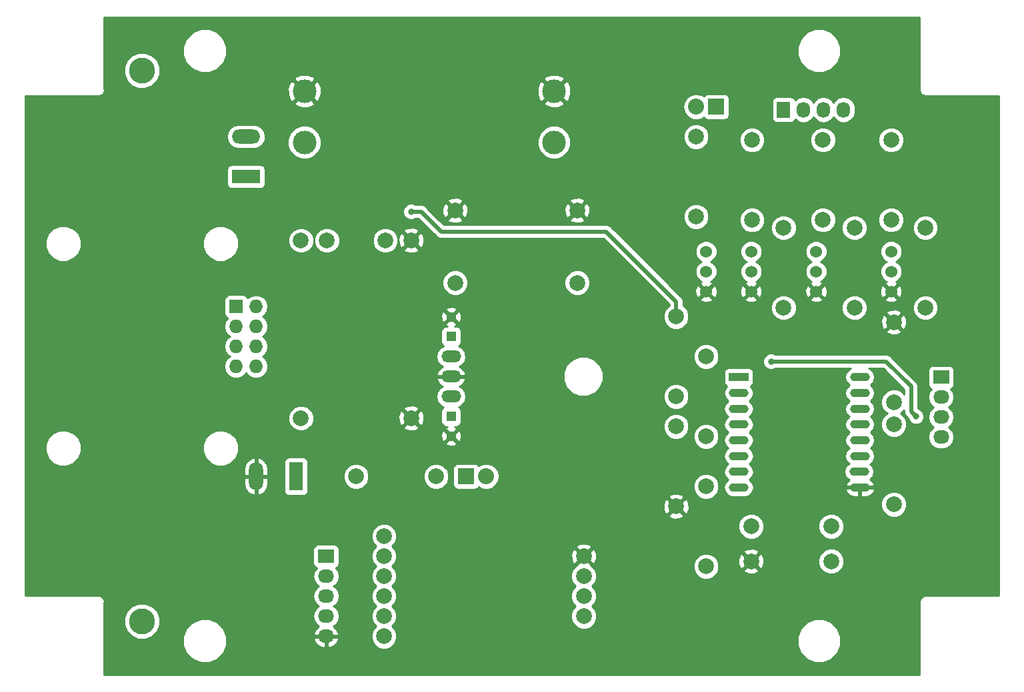
<source format=gbr>
G04 #@! TF.GenerationSoftware,KiCad,Pcbnew,5.0.2-bee76a0~70~ubuntu18.04.1*
G04 #@! TF.CreationDate,2019-05-07T12:57:47+02:00*
G04 #@! TF.ProjectId,pcb_wifi,7063625f-7769-4666-992e-6b696361645f,rev?*
G04 #@! TF.SameCoordinates,Original*
G04 #@! TF.FileFunction,Copper,L2,Bot*
G04 #@! TF.FilePolarity,Positive*
%FSLAX46Y46*%
G04 Gerber Fmt 4.6, Leading zero omitted, Abs format (unit mm)*
G04 Created by KiCad (PCBNEW 5.0.2-bee76a0~70~ubuntu18.04.1) date Di 07 Mai 2019 12:57:47 CEST*
%MOMM*%
%LPD*%
G01*
G04 APERTURE LIST*
G04 #@! TA.AperFunction,ComponentPad*
%ADD10O,2.499360X1.501140*%
G04 #@! TD*
G04 #@! TA.AperFunction,ComponentPad*
%ADD11R,1.300000X1.300000*%
G04 #@! TD*
G04 #@! TA.AperFunction,ComponentPad*
%ADD12C,1.300000*%
G04 #@! TD*
G04 #@! TA.AperFunction,ComponentPad*
%ADD13O,2.032000X2.032000*%
G04 #@! TD*
G04 #@! TA.AperFunction,ComponentPad*
%ADD14R,2.032000X2.032000*%
G04 #@! TD*
G04 #@! TA.AperFunction,ComponentPad*
%ADD15R,1.727200X1.727200*%
G04 #@! TD*
G04 #@! TA.AperFunction,ComponentPad*
%ADD16O,1.727200X1.727200*%
G04 #@! TD*
G04 #@! TA.AperFunction,ComponentPad*
%ADD17R,2.032000X1.727200*%
G04 #@! TD*
G04 #@! TA.AperFunction,ComponentPad*
%ADD18O,2.032000X1.727200*%
G04 #@! TD*
G04 #@! TA.AperFunction,ComponentPad*
%ADD19O,1.727200X2.032000*%
G04 #@! TD*
G04 #@! TA.AperFunction,ComponentPad*
%ADD20R,1.727200X2.032000*%
G04 #@! TD*
G04 #@! TA.AperFunction,ComponentPad*
%ADD21C,1.998980*%
G04 #@! TD*
G04 #@! TA.AperFunction,ComponentPad*
%ADD22C,2.000000*%
G04 #@! TD*
G04 #@! TA.AperFunction,ComponentPad*
%ADD23C,3.000000*%
G04 #@! TD*
G04 #@! TA.AperFunction,ComponentPad*
%ADD24R,2.500000X1.100000*%
G04 #@! TD*
G04 #@! TA.AperFunction,ComponentPad*
%ADD25O,2.500000X1.100000*%
G04 #@! TD*
G04 #@! TA.AperFunction,ComponentPad*
%ADD26O,3.600000X1.800000*%
G04 #@! TD*
G04 #@! TA.AperFunction,ComponentPad*
%ADD27R,3.600000X1.800000*%
G04 #@! TD*
G04 #@! TA.AperFunction,ComponentPad*
%ADD28R,1.800000X3.600000*%
G04 #@! TD*
G04 #@! TA.AperFunction,ComponentPad*
%ADD29O,1.800000X3.600000*%
G04 #@! TD*
G04 #@! TA.AperFunction,ComponentPad*
%ADD30C,1.524000*%
G04 #@! TD*
G04 #@! TA.AperFunction,ComponentPad*
%ADD31C,3.300000*%
G04 #@! TD*
G04 #@! TA.AperFunction,ViaPad*
%ADD32C,0.800000*%
G04 #@! TD*
G04 #@! TA.AperFunction,Conductor*
%ADD33C,0.500000*%
G04 #@! TD*
G04 #@! TA.AperFunction,Conductor*
%ADD34C,0.254000*%
G04 #@! TD*
G04 APERTURE END LIST*
D10*
G04 #@! TO.P,U5,3*
G04 #@! TO.N,+5V*
X104775000Y-91440000D03*
G04 #@! TO.P,U5,1*
G04 #@! TO.N,Net-(C1-Pad1)*
X104775000Y-86360000D03*
G04 #@! TO.P,U5,2*
G04 #@! TO.N,GND*
X104775000Y-88900000D03*
G04 #@! TD*
D11*
G04 #@! TO.P,C1,1*
G04 #@! TO.N,Net-(C1-Pad1)*
X104775000Y-83820000D03*
D12*
G04 #@! TO.P,C1,2*
G04 #@! TO.N,GND*
X104775000Y-81320000D03*
G04 #@! TD*
G04 #@! TO.P,C2,2*
G04 #@! TO.N,GND*
X104775000Y-96480000D03*
D11*
G04 #@! TO.P,C2,1*
G04 #@! TO.N,+5V*
X104775000Y-93980000D03*
G04 #@! TD*
D13*
G04 #@! TO.P,P1,2*
G04 #@! TO.N,Net-(P1-Pad2)*
X135890000Y-54610000D03*
D14*
G04 #@! TO.P,P1,1*
G04 #@! TO.N,+3V3*
X138430000Y-54610000D03*
G04 #@! TD*
D15*
G04 #@! TO.P,P4,1*
G04 #@! TO.N,Net-(P4-Pad1)*
X77470000Y-80010000D03*
D16*
G04 #@! TO.P,P4,2*
X80010000Y-80010000D03*
G04 #@! TO.P,P4,3*
G04 #@! TO.N,Net-(P4-Pad3)*
X77470000Y-82550000D03*
G04 #@! TO.P,P4,4*
X80010000Y-82550000D03*
G04 #@! TO.P,P4,5*
G04 #@! TO.N,Net-(P4-Pad5)*
X77470000Y-85090000D03*
G04 #@! TO.P,P4,6*
X80010000Y-85090000D03*
G04 #@! TO.P,P4,7*
G04 #@! TO.N,Net-(P4-Pad7)*
X77470000Y-87630000D03*
G04 #@! TO.P,P4,8*
X80010000Y-87630000D03*
G04 #@! TD*
D17*
G04 #@! TO.P,P5,1*
G04 #@! TO.N,Net-(P5-Pad1)*
X88900000Y-111760000D03*
D18*
G04 #@! TO.P,P5,2*
G04 #@! TO.N,Net-(P5-Pad2)*
X88900000Y-114300000D03*
G04 #@! TO.P,P5,3*
G04 #@! TO.N,Net-(P5-Pad3)*
X88900000Y-116840000D03*
G04 #@! TO.P,P5,4*
G04 #@! TO.N,Net-(P5-Pad4)*
X88900000Y-119380000D03*
G04 #@! TO.P,P5,5*
G04 #@! TO.N,GND*
X88900000Y-121920000D03*
G04 #@! TD*
D17*
G04 #@! TO.P,P6,1*
G04 #@! TO.N,/RXD*
X167000000Y-89000000D03*
D18*
G04 #@! TO.P,P6,2*
G04 #@! TO.N,/TXD*
X167000000Y-91540000D03*
G04 #@! TO.P,P6,3*
G04 #@! TO.N,/RTS*
X167000000Y-94080000D03*
G04 #@! TO.P,P6,4*
G04 #@! TO.N,/DTR*
X167000000Y-96620000D03*
G04 #@! TD*
D14*
G04 #@! TO.P,P7,1*
G04 #@! TO.N,Net-(P7-Pad1)*
X106680000Y-101600000D03*
D13*
G04 #@! TO.P,P7,2*
G04 #@! TO.N,N/C*
X109220000Y-101600000D03*
G04 #@! TD*
D19*
G04 #@! TO.P,P8,4*
G04 #@! TO.N,Net-(P8-Pad4)*
X154620000Y-55000000D03*
G04 #@! TO.P,P8,3*
G04 #@! TO.N,Net-(P8-Pad3)*
X152080000Y-55000000D03*
G04 #@! TO.P,P8,2*
G04 #@! TO.N,Net-(P8-Pad2)*
X149540000Y-55000000D03*
D20*
G04 #@! TO.P,P8,1*
G04 #@! TO.N,+3V3*
X147000000Y-55000000D03*
G04 #@! TD*
D21*
G04 #@! TO.P,R1,2*
G04 #@! TO.N,Net-(P1-Pad2)*
X135890000Y-58420000D03*
G04 #@! TO.P,R1,1*
G04 #@! TO.N,Net-(Q1-Pad1)*
X135890000Y-68580000D03*
G04 #@! TD*
G04 #@! TO.P,R2,2*
G04 #@! TO.N,+BATT*
X133350000Y-81280000D03*
G04 #@! TO.P,R2,1*
G04 #@! TO.N,Net-(R2-Pad1)*
X133350000Y-91440000D03*
G04 #@! TD*
G04 #@! TO.P,R3,1*
G04 #@! TO.N,GND*
X133350000Y-105410000D03*
G04 #@! TO.P,R3,2*
G04 #@! TO.N,Net-(R2-Pad1)*
X133350000Y-95250000D03*
G04 #@! TD*
G04 #@! TO.P,R4,1*
G04 #@! TO.N,Net-(Q1-Pad2)*
X137160000Y-86360000D03*
G04 #@! TO.P,R4,2*
G04 #@! TO.N,Net-(R4-Pad2)*
X137160000Y-96520000D03*
G04 #@! TD*
G04 #@! TO.P,R5,1*
G04 #@! TO.N,Net-(R5-Pad1)*
X137160000Y-102870000D03*
G04 #@! TO.P,R5,2*
G04 #@! TO.N,+3V3*
X137160000Y-113030000D03*
G04 #@! TD*
G04 #@! TO.P,R6,2*
G04 #@! TO.N,Net-(R6-Pad2)*
X153035000Y-112395000D03*
G04 #@! TO.P,R6,1*
G04 #@! TO.N,GND*
X142875000Y-112395000D03*
G04 #@! TD*
G04 #@! TO.P,R7,2*
G04 #@! TO.N,/DT*
X161000000Y-105160000D03*
G04 #@! TO.P,R7,1*
G04 #@! TO.N,Net-(R7-Pad1)*
X161000000Y-95000000D03*
G04 #@! TD*
G04 #@! TO.P,R8,1*
G04 #@! TO.N,GND*
X161000000Y-82000000D03*
G04 #@! TO.P,R8,2*
G04 #@! TO.N,Net-(R7-Pad1)*
X161000000Y-92160000D03*
G04 #@! TD*
G04 #@! TO.P,R9,1*
G04 #@! TO.N,+3V3*
X142875000Y-107950000D03*
G04 #@! TO.P,R9,2*
G04 #@! TO.N,Net-(R9-Pad2)*
X153035000Y-107950000D03*
G04 #@! TD*
G04 #@! TO.P,R10,2*
G04 #@! TO.N,+5V*
X92710000Y-101600000D03*
G04 #@! TO.P,R10,1*
G04 #@! TO.N,Net-(P7-Pad1)*
X102870000Y-101600000D03*
G04 #@! TD*
G04 #@! TO.P,R11,2*
G04 #@! TO.N,/BLUE*
X165000000Y-80160000D03*
G04 #@! TO.P,R11,1*
G04 #@! TO.N,Net-(Q2-Pad2)*
X165000000Y-70000000D03*
G04 #@! TD*
G04 #@! TO.P,R12,1*
G04 #@! TO.N,Net-(Q3-Pad2)*
X156000000Y-70000000D03*
G04 #@! TO.P,R12,2*
G04 #@! TO.N,/GREEN*
X156000000Y-80160000D03*
G04 #@! TD*
G04 #@! TO.P,R13,1*
G04 #@! TO.N,Net-(Q4-Pad2)*
X147000000Y-70000000D03*
G04 #@! TO.P,R13,2*
G04 #@! TO.N,/RED*
X147000000Y-80160000D03*
G04 #@! TD*
G04 #@! TO.P,R14,1*
G04 #@! TO.N,Net-(Q2-Pad1)*
X160655000Y-69000000D03*
G04 #@! TO.P,R14,2*
G04 #@! TO.N,Net-(P8-Pad4)*
X160655000Y-58840000D03*
G04 #@! TD*
G04 #@! TO.P,R15,2*
G04 #@! TO.N,Net-(P8-Pad3)*
X152000000Y-58840000D03*
G04 #@! TO.P,R15,1*
G04 #@! TO.N,Net-(Q3-Pad1)*
X152000000Y-69000000D03*
G04 #@! TD*
G04 #@! TO.P,R16,2*
G04 #@! TO.N,Net-(P8-Pad2)*
X143000000Y-58840000D03*
G04 #@! TO.P,R16,1*
G04 #@! TO.N,Net-(Q4-Pad1)*
X143000000Y-69000000D03*
G04 #@! TD*
D22*
G04 #@! TO.P,U1,1*
G04 #@! TO.N,Net-(P3-Pad1)*
X85710000Y-94200000D03*
G04 #@! TO.P,U1,2*
G04 #@! TO.N,GND*
X99710000Y-94200000D03*
G04 #@! TO.P,U1,3*
X99710000Y-71600000D03*
G04 #@! TO.P,U1,4*
G04 #@! TO.N,Net-(BT1-Pad-)*
X96410000Y-71600000D03*
G04 #@! TO.P,U1,5*
G04 #@! TO.N,Net-(P2-Pad1)*
X89010000Y-71600000D03*
G04 #@! TO.P,U1,6*
G04 #@! TO.N,+BATT*
X85710000Y-71600000D03*
G04 #@! TD*
D23*
G04 #@! TO.P,U2,1*
G04 #@! TO.N,GND*
X86150000Y-52630000D03*
G04 #@! TO.P,U2,2*
G04 #@! TO.N,+BATT*
X86150000Y-59130000D03*
G04 #@! TO.P,U2,3*
G04 #@! TO.N,Net-(C1-Pad1)*
X117850000Y-59130000D03*
G04 #@! TO.P,U2,4*
G04 #@! TO.N,GND*
X117850000Y-52630000D03*
G04 #@! TD*
D24*
G04 #@! TO.P,U3,1*
G04 #@! TO.N,/RTS*
X141300000Y-89000000D03*
D25*
G04 #@! TO.P,U3,2*
G04 #@! TO.N,Net-(R2-Pad1)*
X141300000Y-91000000D03*
G04 #@! TO.P,U3,3*
G04 #@! TO.N,Net-(R5-Pad1)*
X141300000Y-93000000D03*
G04 #@! TO.P,U3,4*
G04 #@! TO.N,Net-(R4-Pad2)*
X141300000Y-95000000D03*
G04 #@! TO.P,U3,5*
G04 #@! TO.N,/RED*
X141300000Y-97000000D03*
G04 #@! TO.P,U3,6*
G04 #@! TO.N,/GREEN*
X141300000Y-99000000D03*
G04 #@! TO.P,U3,7*
G04 #@! TO.N,/BLUE*
X141300000Y-101000000D03*
G04 #@! TO.P,U3,8*
G04 #@! TO.N,+3V3*
X141300000Y-103000000D03*
G04 #@! TO.P,U3,9*
G04 #@! TO.N,GND*
X156700000Y-103000000D03*
G04 #@! TO.P,U3,10*
G04 #@! TO.N,Net-(R6-Pad2)*
X156600000Y-101000000D03*
G04 #@! TO.P,U3,11*
G04 #@! TO.N,Net-(R9-Pad2)*
X156700000Y-99000000D03*
G04 #@! TO.P,U3,12*
G04 #@! TO.N,/DTR*
X156700000Y-97000000D03*
G04 #@! TO.P,U3,13*
G04 #@! TO.N,/SCK*
X156700000Y-95000000D03*
G04 #@! TO.P,U3,14*
G04 #@! TO.N,Net-(R7-Pad1)*
X156700000Y-93000000D03*
G04 #@! TO.P,U3,15*
G04 #@! TO.N,/TXD*
X156700000Y-91000000D03*
G04 #@! TO.P,U3,16*
G04 #@! TO.N,/RXD*
X156700000Y-89000000D03*
G04 #@! TD*
D22*
G04 #@! TO.P,U4,3*
G04 #@! TO.N,+3V3*
X120780000Y-76990000D03*
G04 #@! TO.P,U4,4*
G04 #@! TO.N,GND*
X120780000Y-67790000D03*
G04 #@! TO.P,U4,2*
X105280000Y-67790000D03*
G04 #@! TO.P,U4,1*
G04 #@! TO.N,Net-(C1-Pad1)*
X105280000Y-76990000D03*
G04 #@! TD*
G04 #@! TO.P,U6,10*
G04 #@! TO.N,GND*
X121630000Y-111760000D03*
G04 #@! TO.P,U6,9*
G04 #@! TO.N,/DT*
X121630000Y-114300000D03*
G04 #@! TO.P,U6,8*
G04 #@! TO.N,/SCK*
X121630000Y-116840000D03*
G04 #@! TO.P,U6,7*
G04 #@! TO.N,+5V*
X121630000Y-119380000D03*
G04 #@! TO.P,U6,6*
G04 #@! TO.N,N/C*
X96250000Y-121920000D03*
G04 #@! TO.P,U6,5*
X96250000Y-119380000D03*
G04 #@! TO.P,U6,4*
G04 #@! TO.N,Net-(P5-Pad4)*
X96250000Y-116840000D03*
G04 #@! TO.P,U6,3*
G04 #@! TO.N,Net-(P5-Pad3)*
X96250000Y-114300000D03*
G04 #@! TO.P,U6,2*
G04 #@! TO.N,Net-(P5-Pad2)*
X96250000Y-111760000D03*
G04 #@! TO.P,U6,1*
G04 #@! TO.N,Net-(P5-Pad1)*
X96250000Y-109220000D03*
G04 #@! TD*
D26*
G04 #@! TO.P,P2,2*
G04 #@! TO.N,Net-(BT1-Pad+)*
X78740000Y-58420000D03*
D27*
G04 #@! TO.P,P2,1*
G04 #@! TO.N,Net-(P2-Pad1)*
X78740000Y-63500000D03*
G04 #@! TD*
D28*
G04 #@! TO.P,P3,1*
G04 #@! TO.N,Net-(P3-Pad1)*
X85090000Y-101600000D03*
D29*
G04 #@! TO.P,P3,2*
G04 #@! TO.N,GND*
X80010000Y-101600000D03*
G04 #@! TD*
D30*
G04 #@! TO.P,Q1,2*
G04 #@! TO.N,Net-(Q1-Pad2)*
X137160000Y-75565000D03*
G04 #@! TO.P,Q1,3*
G04 #@! TO.N,GND*
X137160000Y-78105000D03*
G04 #@! TO.P,Q1,1*
G04 #@! TO.N,Net-(Q1-Pad1)*
X137160000Y-73025000D03*
G04 #@! TD*
G04 #@! TO.P,Q2,1*
G04 #@! TO.N,Net-(Q2-Pad1)*
X160655000Y-73025000D03*
G04 #@! TO.P,Q2,3*
G04 #@! TO.N,GND*
X160655000Y-78105000D03*
G04 #@! TO.P,Q2,2*
G04 #@! TO.N,Net-(Q2-Pad2)*
X160655000Y-75565000D03*
G04 #@! TD*
G04 #@! TO.P,Q3,2*
G04 #@! TO.N,Net-(Q3-Pad2)*
X151130000Y-75565000D03*
G04 #@! TO.P,Q3,3*
G04 #@! TO.N,GND*
X151130000Y-78105000D03*
G04 #@! TO.P,Q3,1*
G04 #@! TO.N,Net-(Q3-Pad1)*
X151130000Y-73025000D03*
G04 #@! TD*
G04 #@! TO.P,Q4,1*
G04 #@! TO.N,Net-(Q4-Pad1)*
X142875000Y-73025000D03*
G04 #@! TO.P,Q4,3*
G04 #@! TO.N,GND*
X142875000Y-78105000D03*
G04 #@! TO.P,Q4,2*
G04 #@! TO.N,Net-(Q4-Pad2)*
X142875000Y-75565000D03*
G04 #@! TD*
D31*
G04 #@! TO.P,BT1,+*
G04 #@! TO.N,Net-(BT1-Pad+)*
X65500000Y-50000000D03*
G04 #@! TO.P,BT1,-*
G04 #@! TO.N,Net-(BT1-Pad-)*
X65500000Y-120000000D03*
G04 #@! TD*
D32*
G04 #@! TO.N,GND*
X109855000Y-84455000D03*
X109855000Y-85725000D03*
X109855000Y-86995000D03*
X109855000Y-88265000D03*
X109855000Y-89535000D03*
X109855000Y-90805000D03*
X109855000Y-92075000D03*
X109855000Y-93345000D03*
X111125000Y-93345000D03*
X111125000Y-92075000D03*
X111125000Y-90805000D03*
X111125000Y-89535000D03*
X111125000Y-88265000D03*
X111125000Y-86995000D03*
X111125000Y-85725000D03*
X111125000Y-84455000D03*
X112395000Y-84455000D03*
X112395000Y-85725000D03*
X112395000Y-86995000D03*
X112395000Y-88265000D03*
X112395000Y-89535000D03*
X112395000Y-90805000D03*
X112395000Y-92075000D03*
X112395000Y-93345000D03*
X113665000Y-93345000D03*
X113665000Y-92075000D03*
X113665000Y-90805000D03*
X113665000Y-89535000D03*
X113665000Y-88265000D03*
X113665000Y-86995000D03*
X113665000Y-85725000D03*
X113665000Y-84455000D03*
X114935000Y-84455000D03*
X114935000Y-85725000D03*
X114935000Y-86995000D03*
X114935000Y-88265000D03*
X114935000Y-89535000D03*
X114935000Y-90805000D03*
X114935000Y-92075000D03*
X114935000Y-93345000D03*
X116205000Y-93345000D03*
X116205000Y-92075000D03*
X116205000Y-90805000D03*
X116205000Y-86995000D03*
X116205000Y-85725000D03*
X116205000Y-84455000D03*
X117475000Y-84455000D03*
X117475000Y-85725000D03*
X117475000Y-86995000D03*
X117475000Y-90805000D03*
X117475000Y-92075000D03*
X117475000Y-93345000D03*
X116205000Y-88265000D03*
X117475000Y-88265000D03*
X117475000Y-89535000D03*
X116205000Y-89535000D03*
G04 #@! TO.N,/RTS*
X163830000Y-93980000D03*
X145415000Y-86995000D03*
G04 #@! TO.N,+BATT*
X99695000Y-67945000D03*
G04 #@! TD*
D33*
G04 #@! TO.N,/RTS*
X163830000Y-93980000D02*
X163195000Y-93345000D01*
X163195000Y-93345000D02*
X163195000Y-90170000D01*
X163195000Y-90170000D02*
X160020000Y-86995000D01*
X160020000Y-86995000D02*
X145415000Y-86995000D01*
G04 #@! TO.N,+BATT*
X133350000Y-79375000D02*
X133350000Y-81280000D01*
X124460000Y-70485000D02*
X133350000Y-79375000D01*
X103505000Y-70485000D02*
X124460000Y-70485000D01*
X99695000Y-67945000D02*
X100965000Y-67945000D01*
X100965000Y-67945000D02*
X103505000Y-70485000D01*
G04 #@! TD*
D34*
G04 #@! TO.N,GND*
G36*
X164265001Y-52427607D02*
X164250601Y-52500000D01*
X164307646Y-52786783D01*
X164470095Y-53029905D01*
X164713217Y-53192354D01*
X164927612Y-53235000D01*
X165000000Y-53249399D01*
X165072388Y-53235000D01*
X174290000Y-53235000D01*
X174290001Y-116765000D01*
X165072388Y-116765000D01*
X165000000Y-116750601D01*
X164927612Y-116765000D01*
X164713217Y-116807646D01*
X164470095Y-116970095D01*
X164307646Y-117213217D01*
X164250601Y-117500000D01*
X164265000Y-117572388D01*
X164265001Y-126790000D01*
X60735000Y-126790000D01*
X60735000Y-119545485D01*
X63215000Y-119545485D01*
X63215000Y-120454515D01*
X63562870Y-121294349D01*
X64205651Y-121937130D01*
X65045485Y-122285000D01*
X65954515Y-122285000D01*
X66772864Y-121946029D01*
X70715000Y-121946029D01*
X70715000Y-123053971D01*
X71138991Y-124077576D01*
X71922424Y-124861009D01*
X72946029Y-125285000D01*
X74053971Y-125285000D01*
X75077576Y-124861009D01*
X75861009Y-124077576D01*
X76285000Y-123053971D01*
X76285000Y-122279026D01*
X87292642Y-122279026D01*
X87295291Y-122294791D01*
X87549268Y-122822036D01*
X87985680Y-123211954D01*
X88538087Y-123405184D01*
X88773000Y-123260924D01*
X88773000Y-122047000D01*
X89027000Y-122047000D01*
X89027000Y-123260924D01*
X89261913Y-123405184D01*
X89814320Y-123211954D01*
X90250732Y-122822036D01*
X90504709Y-122294791D01*
X90507358Y-122279026D01*
X90386217Y-122047000D01*
X89027000Y-122047000D01*
X88773000Y-122047000D01*
X87413783Y-122047000D01*
X87292642Y-122279026D01*
X76285000Y-122279026D01*
X76285000Y-121946029D01*
X75861009Y-120922424D01*
X75077576Y-120138991D01*
X74053971Y-119715000D01*
X72946029Y-119715000D01*
X71922424Y-120138991D01*
X71138991Y-120922424D01*
X70715000Y-121946029D01*
X66772864Y-121946029D01*
X66794349Y-121937130D01*
X67437130Y-121294349D01*
X67785000Y-120454515D01*
X67785000Y-119545485D01*
X67437130Y-118705651D01*
X66794349Y-118062870D01*
X65954515Y-117715000D01*
X65045485Y-117715000D01*
X64205651Y-118062870D01*
X63562870Y-118705651D01*
X63215000Y-119545485D01*
X60735000Y-119545485D01*
X60735000Y-117572388D01*
X60749399Y-117500000D01*
X60692354Y-117213217D01*
X60529905Y-116970095D01*
X60286783Y-116807646D01*
X60072388Y-116765000D01*
X60000000Y-116750601D01*
X59927612Y-116765000D01*
X50710000Y-116765000D01*
X50710000Y-114300000D01*
X87219641Y-114300000D01*
X87335950Y-114884725D01*
X87667170Y-115380430D01*
X87950881Y-115570000D01*
X87667170Y-115759570D01*
X87335950Y-116255275D01*
X87219641Y-116840000D01*
X87335950Y-117424725D01*
X87667170Y-117920430D01*
X87950881Y-118110000D01*
X87667170Y-118299570D01*
X87335950Y-118795275D01*
X87219641Y-119380000D01*
X87335950Y-119964725D01*
X87667170Y-120460430D01*
X87956732Y-120653910D01*
X87549268Y-121017964D01*
X87295291Y-121545209D01*
X87292642Y-121560974D01*
X87413783Y-121793000D01*
X88773000Y-121793000D01*
X88773000Y-121773000D01*
X89027000Y-121773000D01*
X89027000Y-121793000D01*
X90386217Y-121793000D01*
X90507358Y-121560974D01*
X90504709Y-121545209D01*
X90250732Y-121017964D01*
X89843268Y-120653910D01*
X90132830Y-120460430D01*
X90464050Y-119964725D01*
X90580359Y-119380000D01*
X90464050Y-118795275D01*
X90132830Y-118299570D01*
X89849119Y-118110000D01*
X90132830Y-117920430D01*
X90464050Y-117424725D01*
X90580359Y-116840000D01*
X90464050Y-116255275D01*
X90132830Y-115759570D01*
X89849119Y-115570000D01*
X90132830Y-115380430D01*
X90464050Y-114884725D01*
X90580359Y-114300000D01*
X90464050Y-113715275D01*
X90137749Y-113226932D01*
X90163765Y-113221757D01*
X90373809Y-113081409D01*
X90514157Y-112871365D01*
X90563440Y-112623600D01*
X90563440Y-110896400D01*
X90514157Y-110648635D01*
X90373809Y-110438591D01*
X90163765Y-110298243D01*
X89916000Y-110248960D01*
X87884000Y-110248960D01*
X87636235Y-110298243D01*
X87426191Y-110438591D01*
X87285843Y-110648635D01*
X87236560Y-110896400D01*
X87236560Y-112623600D01*
X87285843Y-112871365D01*
X87426191Y-113081409D01*
X87636235Y-113221757D01*
X87662251Y-113226932D01*
X87335950Y-113715275D01*
X87219641Y-114300000D01*
X50710000Y-114300000D01*
X50710000Y-108894778D01*
X94615000Y-108894778D01*
X94615000Y-109545222D01*
X94863914Y-110146153D01*
X95207761Y-110490000D01*
X94863914Y-110833847D01*
X94615000Y-111434778D01*
X94615000Y-112085222D01*
X94863914Y-112686153D01*
X95207761Y-113030000D01*
X94863914Y-113373847D01*
X94615000Y-113974778D01*
X94615000Y-114625222D01*
X94863914Y-115226153D01*
X95207761Y-115570000D01*
X94863914Y-115913847D01*
X94615000Y-116514778D01*
X94615000Y-117165222D01*
X94863914Y-117766153D01*
X95207761Y-118110000D01*
X94863914Y-118453847D01*
X94615000Y-119054778D01*
X94615000Y-119705222D01*
X94863914Y-120306153D01*
X95207761Y-120650000D01*
X94863914Y-120993847D01*
X94615000Y-121594778D01*
X94615000Y-122245222D01*
X94863914Y-122846153D01*
X95323847Y-123306086D01*
X95924778Y-123555000D01*
X96575222Y-123555000D01*
X97176153Y-123306086D01*
X97636086Y-122846153D01*
X97885000Y-122245222D01*
X97885000Y-121946029D01*
X148715000Y-121946029D01*
X148715000Y-123053971D01*
X149138991Y-124077576D01*
X149922424Y-124861009D01*
X150946029Y-125285000D01*
X152053971Y-125285000D01*
X153077576Y-124861009D01*
X153861009Y-124077576D01*
X154285000Y-123053971D01*
X154285000Y-121946029D01*
X153861009Y-120922424D01*
X153077576Y-120138991D01*
X152053971Y-119715000D01*
X150946029Y-119715000D01*
X149922424Y-120138991D01*
X149138991Y-120922424D01*
X148715000Y-121946029D01*
X97885000Y-121946029D01*
X97885000Y-121594778D01*
X97636086Y-120993847D01*
X97292239Y-120650000D01*
X97636086Y-120306153D01*
X97885000Y-119705222D01*
X97885000Y-119054778D01*
X97636086Y-118453847D01*
X97292239Y-118110000D01*
X97636086Y-117766153D01*
X97885000Y-117165222D01*
X97885000Y-116514778D01*
X97636086Y-115913847D01*
X97292239Y-115570000D01*
X97636086Y-115226153D01*
X97885000Y-114625222D01*
X97885000Y-113974778D01*
X119995000Y-113974778D01*
X119995000Y-114625222D01*
X120243914Y-115226153D01*
X120587761Y-115570000D01*
X120243914Y-115913847D01*
X119995000Y-116514778D01*
X119995000Y-117165222D01*
X120243914Y-117766153D01*
X120587761Y-118110000D01*
X120243914Y-118453847D01*
X119995000Y-119054778D01*
X119995000Y-119705222D01*
X120243914Y-120306153D01*
X120703847Y-120766086D01*
X121304778Y-121015000D01*
X121955222Y-121015000D01*
X122556153Y-120766086D01*
X123016086Y-120306153D01*
X123265000Y-119705222D01*
X123265000Y-119054778D01*
X123016086Y-118453847D01*
X122672239Y-118110000D01*
X123016086Y-117766153D01*
X123265000Y-117165222D01*
X123265000Y-116514778D01*
X123016086Y-115913847D01*
X122672239Y-115570000D01*
X123016086Y-115226153D01*
X123265000Y-114625222D01*
X123265000Y-113974778D01*
X123016086Y-113373847D01*
X122589928Y-112947689D01*
X122602927Y-112912532D01*
X121630000Y-111939605D01*
X120657073Y-112912532D01*
X120670072Y-112947689D01*
X120243914Y-113373847D01*
X119995000Y-113974778D01*
X97885000Y-113974778D01*
X97636086Y-113373847D01*
X97292239Y-113030000D01*
X97636086Y-112686153D01*
X97885000Y-112085222D01*
X97885000Y-111495461D01*
X119984092Y-111495461D01*
X120008144Y-112145460D01*
X120210613Y-112634264D01*
X120477468Y-112732927D01*
X121450395Y-111760000D01*
X121809605Y-111760000D01*
X122782532Y-112732927D01*
X122858391Y-112704880D01*
X135525510Y-112704880D01*
X135525510Y-113355120D01*
X135774346Y-113955864D01*
X136234136Y-114415654D01*
X136834880Y-114664490D01*
X137485120Y-114664490D01*
X138085864Y-114415654D01*
X138545654Y-113955864D01*
X138714943Y-113547163D01*
X141902443Y-113547163D01*
X142001042Y-113813965D01*
X142610582Y-114040401D01*
X143260377Y-114016341D01*
X143748958Y-113813965D01*
X143847557Y-113547163D01*
X142875000Y-112574605D01*
X141902443Y-113547163D01*
X138714943Y-113547163D01*
X138794490Y-113355120D01*
X138794490Y-112704880D01*
X138556609Y-112130582D01*
X141229599Y-112130582D01*
X141253659Y-112780377D01*
X141456035Y-113268958D01*
X141722837Y-113367557D01*
X142695395Y-112395000D01*
X143054605Y-112395000D01*
X144027163Y-113367557D01*
X144293965Y-113268958D01*
X144520401Y-112659418D01*
X144498573Y-112069880D01*
X151400510Y-112069880D01*
X151400510Y-112720120D01*
X151649346Y-113320864D01*
X152109136Y-113780654D01*
X152709880Y-114029490D01*
X153360120Y-114029490D01*
X153960864Y-113780654D01*
X154420654Y-113320864D01*
X154669490Y-112720120D01*
X154669490Y-112069880D01*
X154420654Y-111469136D01*
X153960864Y-111009346D01*
X153360120Y-110760510D01*
X152709880Y-110760510D01*
X152109136Y-111009346D01*
X151649346Y-111469136D01*
X151400510Y-112069880D01*
X144498573Y-112069880D01*
X144496341Y-112009623D01*
X144293965Y-111521042D01*
X144027163Y-111422443D01*
X143054605Y-112395000D01*
X142695395Y-112395000D01*
X141722837Y-111422443D01*
X141456035Y-111521042D01*
X141229599Y-112130582D01*
X138556609Y-112130582D01*
X138545654Y-112104136D01*
X138085864Y-111644346D01*
X137485120Y-111395510D01*
X136834880Y-111395510D01*
X136234136Y-111644346D01*
X135774346Y-112104136D01*
X135525510Y-112704880D01*
X122858391Y-112704880D01*
X123049387Y-112634264D01*
X123275908Y-112024539D01*
X123251856Y-111374540D01*
X123197303Y-111242837D01*
X141902443Y-111242837D01*
X142875000Y-112215395D01*
X143847557Y-111242837D01*
X143748958Y-110976035D01*
X143139418Y-110749599D01*
X142489623Y-110773659D01*
X142001042Y-110976035D01*
X141902443Y-111242837D01*
X123197303Y-111242837D01*
X123049387Y-110885736D01*
X122782532Y-110787073D01*
X121809605Y-111760000D01*
X121450395Y-111760000D01*
X120477468Y-110787073D01*
X120210613Y-110885736D01*
X119984092Y-111495461D01*
X97885000Y-111495461D01*
X97885000Y-111434778D01*
X97636086Y-110833847D01*
X97409707Y-110607468D01*
X120657073Y-110607468D01*
X121630000Y-111580395D01*
X122602927Y-110607468D01*
X122504264Y-110340613D01*
X121894539Y-110114092D01*
X121244540Y-110138144D01*
X120755736Y-110340613D01*
X120657073Y-110607468D01*
X97409707Y-110607468D01*
X97292239Y-110490000D01*
X97636086Y-110146153D01*
X97885000Y-109545222D01*
X97885000Y-108894778D01*
X97636086Y-108293847D01*
X97176153Y-107833914D01*
X96671501Y-107624880D01*
X141240510Y-107624880D01*
X141240510Y-108275120D01*
X141489346Y-108875864D01*
X141949136Y-109335654D01*
X142549880Y-109584490D01*
X143200120Y-109584490D01*
X143800864Y-109335654D01*
X144260654Y-108875864D01*
X144509490Y-108275120D01*
X144509490Y-107624880D01*
X151400510Y-107624880D01*
X151400510Y-108275120D01*
X151649346Y-108875864D01*
X152109136Y-109335654D01*
X152709880Y-109584490D01*
X153360120Y-109584490D01*
X153960864Y-109335654D01*
X154420654Y-108875864D01*
X154669490Y-108275120D01*
X154669490Y-107624880D01*
X154420654Y-107024136D01*
X153960864Y-106564346D01*
X153360120Y-106315510D01*
X152709880Y-106315510D01*
X152109136Y-106564346D01*
X151649346Y-107024136D01*
X151400510Y-107624880D01*
X144509490Y-107624880D01*
X144260654Y-107024136D01*
X143800864Y-106564346D01*
X143200120Y-106315510D01*
X142549880Y-106315510D01*
X141949136Y-106564346D01*
X141489346Y-107024136D01*
X141240510Y-107624880D01*
X96671501Y-107624880D01*
X96575222Y-107585000D01*
X95924778Y-107585000D01*
X95323847Y-107833914D01*
X94863914Y-108293847D01*
X94615000Y-108894778D01*
X50710000Y-108894778D01*
X50710000Y-106562163D01*
X132377443Y-106562163D01*
X132476042Y-106828965D01*
X133085582Y-107055401D01*
X133735377Y-107031341D01*
X134223958Y-106828965D01*
X134322557Y-106562163D01*
X133350000Y-105589605D01*
X132377443Y-106562163D01*
X50710000Y-106562163D01*
X50710000Y-105145582D01*
X131704599Y-105145582D01*
X131728659Y-105795377D01*
X131931035Y-106283958D01*
X132197837Y-106382557D01*
X133170395Y-105410000D01*
X133529605Y-105410000D01*
X134502163Y-106382557D01*
X134768965Y-106283958D01*
X134995401Y-105674418D01*
X134971341Y-105024623D01*
X134892748Y-104834880D01*
X159365510Y-104834880D01*
X159365510Y-105485120D01*
X159614346Y-106085864D01*
X160074136Y-106545654D01*
X160674880Y-106794490D01*
X161325120Y-106794490D01*
X161925864Y-106545654D01*
X162385654Y-106085864D01*
X162634490Y-105485120D01*
X162634490Y-104834880D01*
X162385654Y-104234136D01*
X161925864Y-103774346D01*
X161325120Y-103525510D01*
X160674880Y-103525510D01*
X160074136Y-103774346D01*
X159614346Y-104234136D01*
X159365510Y-104834880D01*
X134892748Y-104834880D01*
X134768965Y-104536042D01*
X134502163Y-104437443D01*
X133529605Y-105410000D01*
X133170395Y-105410000D01*
X132197837Y-104437443D01*
X131931035Y-104536042D01*
X131704599Y-105145582D01*
X50710000Y-105145582D01*
X50710000Y-104257837D01*
X132377443Y-104257837D01*
X133350000Y-105230395D01*
X134322557Y-104257837D01*
X134223958Y-103991035D01*
X133614418Y-103764599D01*
X132964623Y-103788659D01*
X132476042Y-103991035D01*
X132377443Y-104257837D01*
X50710000Y-104257837D01*
X50710000Y-101727000D01*
X78475000Y-101727000D01*
X78475000Y-102627000D01*
X78640446Y-103204752D01*
X79014394Y-103675212D01*
X79539914Y-103966756D01*
X79645260Y-103991036D01*
X79883000Y-103870378D01*
X79883000Y-101727000D01*
X80137000Y-101727000D01*
X80137000Y-103870378D01*
X80374740Y-103991036D01*
X80480086Y-103966756D01*
X81005606Y-103675212D01*
X81379554Y-103204752D01*
X81545000Y-102627000D01*
X81545000Y-101727000D01*
X80137000Y-101727000D01*
X79883000Y-101727000D01*
X78475000Y-101727000D01*
X50710000Y-101727000D01*
X50710000Y-100573000D01*
X78475000Y-100573000D01*
X78475000Y-101473000D01*
X79883000Y-101473000D01*
X79883000Y-99329622D01*
X80137000Y-99329622D01*
X80137000Y-101473000D01*
X81545000Y-101473000D01*
X81545000Y-100573000D01*
X81379554Y-99995248D01*
X81224360Y-99800000D01*
X83542560Y-99800000D01*
X83542560Y-103400000D01*
X83591843Y-103647765D01*
X83732191Y-103857809D01*
X83942235Y-103998157D01*
X84190000Y-104047440D01*
X85990000Y-104047440D01*
X86237765Y-103998157D01*
X86447809Y-103857809D01*
X86588157Y-103647765D01*
X86637440Y-103400000D01*
X86637440Y-101274880D01*
X91075510Y-101274880D01*
X91075510Y-101925120D01*
X91324346Y-102525864D01*
X91784136Y-102985654D01*
X92384880Y-103234490D01*
X93035120Y-103234490D01*
X93635864Y-102985654D01*
X94095654Y-102525864D01*
X94344490Y-101925120D01*
X94344490Y-101274880D01*
X101235510Y-101274880D01*
X101235510Y-101925120D01*
X101484346Y-102525864D01*
X101944136Y-102985654D01*
X102544880Y-103234490D01*
X103195120Y-103234490D01*
X103795864Y-102985654D01*
X104255654Y-102525864D01*
X104504490Y-101925120D01*
X104504490Y-101274880D01*
X104255654Y-100674136D01*
X104165518Y-100584000D01*
X105016560Y-100584000D01*
X105016560Y-102616000D01*
X105065843Y-102863765D01*
X105206191Y-103073809D01*
X105416235Y-103214157D01*
X105664000Y-103263440D01*
X107696000Y-103263440D01*
X107943765Y-103214157D01*
X108153809Y-103073809D01*
X108246463Y-102935144D01*
X108575812Y-103155208D01*
X109057391Y-103251000D01*
X109382609Y-103251000D01*
X109864188Y-103155208D01*
X110410305Y-102790305D01*
X110574292Y-102544880D01*
X135525510Y-102544880D01*
X135525510Y-103195120D01*
X135774346Y-103795864D01*
X136234136Y-104255654D01*
X136834880Y-104504490D01*
X137485120Y-104504490D01*
X138085864Y-104255654D01*
X138545654Y-103795864D01*
X138794490Y-103195120D01*
X138794490Y-102544880D01*
X138545654Y-101944136D01*
X138085864Y-101484346D01*
X137485120Y-101235510D01*
X136834880Y-101235510D01*
X136234136Y-101484346D01*
X135774346Y-101944136D01*
X135525510Y-102544880D01*
X110574292Y-102544880D01*
X110775208Y-102244188D01*
X110903345Y-101600000D01*
X110775208Y-100955812D01*
X110410305Y-100409695D01*
X109864188Y-100044792D01*
X109382609Y-99949000D01*
X109057391Y-99949000D01*
X108575812Y-100044792D01*
X108246463Y-100264856D01*
X108153809Y-100126191D01*
X107943765Y-99985843D01*
X107696000Y-99936560D01*
X105664000Y-99936560D01*
X105416235Y-99985843D01*
X105206191Y-100126191D01*
X105065843Y-100336235D01*
X105016560Y-100584000D01*
X104165518Y-100584000D01*
X103795864Y-100214346D01*
X103195120Y-99965510D01*
X102544880Y-99965510D01*
X101944136Y-100214346D01*
X101484346Y-100674136D01*
X101235510Y-101274880D01*
X94344490Y-101274880D01*
X94095654Y-100674136D01*
X93635864Y-100214346D01*
X93035120Y-99965510D01*
X92384880Y-99965510D01*
X91784136Y-100214346D01*
X91324346Y-100674136D01*
X91075510Y-101274880D01*
X86637440Y-101274880D01*
X86637440Y-99800000D01*
X86588157Y-99552235D01*
X86447809Y-99342191D01*
X86237765Y-99201843D01*
X85990000Y-99152560D01*
X84190000Y-99152560D01*
X83942235Y-99201843D01*
X83732191Y-99342191D01*
X83591843Y-99552235D01*
X83542560Y-99800000D01*
X81224360Y-99800000D01*
X81005606Y-99524788D01*
X80480086Y-99233244D01*
X80374740Y-99208964D01*
X80137000Y-99329622D01*
X79883000Y-99329622D01*
X79645260Y-99208964D01*
X79539914Y-99233244D01*
X79014394Y-99524788D01*
X78640446Y-99995248D01*
X78475000Y-100573000D01*
X50710000Y-100573000D01*
X50710000Y-97545485D01*
X53215000Y-97545485D01*
X53215000Y-98454515D01*
X53562870Y-99294349D01*
X54205651Y-99937130D01*
X55045485Y-100285000D01*
X55954515Y-100285000D01*
X56794349Y-99937130D01*
X57437130Y-99294349D01*
X57785000Y-98454515D01*
X57785000Y-97545485D01*
X73215000Y-97545485D01*
X73215000Y-98454515D01*
X73562870Y-99294349D01*
X74205651Y-99937130D01*
X75045485Y-100285000D01*
X75954515Y-100285000D01*
X76794349Y-99937130D01*
X77437130Y-99294349D01*
X77785000Y-98454515D01*
X77785000Y-97545485D01*
X77716047Y-97379016D01*
X104055590Y-97379016D01*
X104111271Y-97609611D01*
X104594078Y-97777622D01*
X105104428Y-97748083D01*
X105438729Y-97609611D01*
X105494410Y-97379016D01*
X104775000Y-96659605D01*
X104055590Y-97379016D01*
X77716047Y-97379016D01*
X77437130Y-96705651D01*
X77030557Y-96299078D01*
X103477378Y-96299078D01*
X103506917Y-96809428D01*
X103645389Y-97143729D01*
X103875984Y-97199410D01*
X104595395Y-96480000D01*
X104954605Y-96480000D01*
X105674016Y-97199410D01*
X105904611Y-97143729D01*
X106072622Y-96660922D01*
X106043083Y-96150572D01*
X105904611Y-95816271D01*
X105674016Y-95760590D01*
X104954605Y-96480000D01*
X104595395Y-96480000D01*
X103875984Y-95760590D01*
X103645389Y-95816271D01*
X103477378Y-96299078D01*
X77030557Y-96299078D01*
X76794349Y-96062870D01*
X75954515Y-95715000D01*
X75045485Y-95715000D01*
X74205651Y-96062870D01*
X73562870Y-96705651D01*
X73215000Y-97545485D01*
X57785000Y-97545485D01*
X57437130Y-96705651D01*
X56794349Y-96062870D01*
X55954515Y-95715000D01*
X55045485Y-95715000D01*
X54205651Y-96062870D01*
X53562870Y-96705651D01*
X53215000Y-97545485D01*
X50710000Y-97545485D01*
X50710000Y-93874778D01*
X84075000Y-93874778D01*
X84075000Y-94525222D01*
X84323914Y-95126153D01*
X84783847Y-95586086D01*
X85384778Y-95835000D01*
X86035222Y-95835000D01*
X86636153Y-95586086D01*
X86869707Y-95352532D01*
X98737073Y-95352532D01*
X98835736Y-95619387D01*
X99445461Y-95845908D01*
X100095460Y-95821856D01*
X100584264Y-95619387D01*
X100682927Y-95352532D01*
X99710000Y-94379605D01*
X98737073Y-95352532D01*
X86869707Y-95352532D01*
X87096086Y-95126153D01*
X87345000Y-94525222D01*
X87345000Y-93935461D01*
X98064092Y-93935461D01*
X98088144Y-94585460D01*
X98290613Y-95074264D01*
X98557468Y-95172927D01*
X99530395Y-94200000D01*
X99889605Y-94200000D01*
X100862532Y-95172927D01*
X101129387Y-95074264D01*
X101355908Y-94464539D01*
X101331856Y-93814540D01*
X101129387Y-93325736D01*
X100862532Y-93227073D01*
X99889605Y-94200000D01*
X99530395Y-94200000D01*
X98557468Y-93227073D01*
X98290613Y-93325736D01*
X98064092Y-93935461D01*
X87345000Y-93935461D01*
X87345000Y-93874778D01*
X87096086Y-93273847D01*
X86869707Y-93047468D01*
X98737073Y-93047468D01*
X99710000Y-94020395D01*
X100682927Y-93047468D01*
X100584264Y-92780613D01*
X99974539Y-92554092D01*
X99324540Y-92578144D01*
X98835736Y-92780613D01*
X98737073Y-93047468D01*
X86869707Y-93047468D01*
X86636153Y-92813914D01*
X86035222Y-92565000D01*
X85384778Y-92565000D01*
X84783847Y-92813914D01*
X84323914Y-93273847D01*
X84075000Y-93874778D01*
X50710000Y-93874778D01*
X50710000Y-91440000D01*
X102863176Y-91440000D01*
X102970712Y-91980622D01*
X103276950Y-92438940D01*
X103735268Y-92745178D01*
X103829289Y-92763880D01*
X103667191Y-92872191D01*
X103526843Y-93082235D01*
X103477560Y-93330000D01*
X103477560Y-94630000D01*
X103526843Y-94877765D01*
X103667191Y-95087809D01*
X103877235Y-95228157D01*
X104125000Y-95277440D01*
X104287385Y-95277440D01*
X104111271Y-95350389D01*
X104055590Y-95580984D01*
X104775000Y-96300395D01*
X105494410Y-95580984D01*
X105438729Y-95350389D01*
X105229098Y-95277440D01*
X105425000Y-95277440D01*
X105672765Y-95228157D01*
X105882809Y-95087809D01*
X105991675Y-94924880D01*
X131715510Y-94924880D01*
X131715510Y-95575120D01*
X131964346Y-96175864D01*
X132424136Y-96635654D01*
X133024880Y-96884490D01*
X133675120Y-96884490D01*
X134275864Y-96635654D01*
X134716638Y-96194880D01*
X135525510Y-96194880D01*
X135525510Y-96845120D01*
X135774346Y-97445864D01*
X136234136Y-97905654D01*
X136834880Y-98154490D01*
X137485120Y-98154490D01*
X138085864Y-97905654D01*
X138545654Y-97445864D01*
X138794490Y-96845120D01*
X138794490Y-96194880D01*
X138545654Y-95594136D01*
X138085864Y-95134346D01*
X137485120Y-94885510D01*
X136834880Y-94885510D01*
X136234136Y-95134346D01*
X135774346Y-95594136D01*
X135525510Y-96194880D01*
X134716638Y-96194880D01*
X134735654Y-96175864D01*
X134984490Y-95575120D01*
X134984490Y-94924880D01*
X134735654Y-94324136D01*
X134275864Y-93864346D01*
X133675120Y-93615510D01*
X133024880Y-93615510D01*
X132424136Y-93864346D01*
X131964346Y-94324136D01*
X131715510Y-94924880D01*
X105991675Y-94924880D01*
X106023157Y-94877765D01*
X106072440Y-94630000D01*
X106072440Y-93330000D01*
X106023157Y-93082235D01*
X105882809Y-92872191D01*
X105720711Y-92763880D01*
X105814732Y-92745178D01*
X106273050Y-92438940D01*
X106579288Y-91980622D01*
X106686824Y-91440000D01*
X106579288Y-90899378D01*
X106273050Y-90441060D01*
X105844115Y-90154455D01*
X105921677Y-90131499D01*
X106343658Y-89789944D01*
X106602810Y-89312903D01*
X106616993Y-89241275D01*
X106494339Y-89027000D01*
X104902000Y-89027000D01*
X104902000Y-89047000D01*
X104648000Y-89047000D01*
X104648000Y-89027000D01*
X103055661Y-89027000D01*
X102933007Y-89241275D01*
X102947190Y-89312903D01*
X103206342Y-89789944D01*
X103628323Y-90131499D01*
X103705885Y-90154455D01*
X103276950Y-90441060D01*
X102970712Y-90899378D01*
X102863176Y-91440000D01*
X50710000Y-91440000D01*
X50710000Y-82550000D01*
X75942041Y-82550000D01*
X76058350Y-83134725D01*
X76389570Y-83630430D01*
X76673281Y-83820000D01*
X76389570Y-84009570D01*
X76058350Y-84505275D01*
X75942041Y-85090000D01*
X76058350Y-85674725D01*
X76389570Y-86170430D01*
X76673281Y-86360000D01*
X76389570Y-86549570D01*
X76058350Y-87045275D01*
X75942041Y-87630000D01*
X76058350Y-88214725D01*
X76389570Y-88710430D01*
X76885275Y-89041650D01*
X77322402Y-89128600D01*
X77617598Y-89128600D01*
X78054725Y-89041650D01*
X78550430Y-88710430D01*
X78740000Y-88426719D01*
X78929570Y-88710430D01*
X79425275Y-89041650D01*
X79862402Y-89128600D01*
X80157598Y-89128600D01*
X80594725Y-89041650D01*
X81090430Y-88710430D01*
X81421650Y-88214725D01*
X81537959Y-87630000D01*
X81421650Y-87045275D01*
X81090430Y-86549570D01*
X80806719Y-86360000D01*
X102863176Y-86360000D01*
X102970712Y-86900622D01*
X103276950Y-87358940D01*
X103705885Y-87645545D01*
X103628323Y-87668501D01*
X103206342Y-88010056D01*
X102947190Y-88487097D01*
X102933007Y-88558725D01*
X103055661Y-88773000D01*
X104648000Y-88773000D01*
X104648000Y-88753000D01*
X104902000Y-88753000D01*
X104902000Y-88773000D01*
X106494339Y-88773000D01*
X106616993Y-88558725D01*
X106602810Y-88487097D01*
X106553199Y-88395773D01*
X119004080Y-88395773D01*
X119004080Y-89404227D01*
X119389999Y-90335917D01*
X120103083Y-91049001D01*
X121034773Y-91434920D01*
X122043227Y-91434920D01*
X122815871Y-91114880D01*
X131715510Y-91114880D01*
X131715510Y-91765120D01*
X131964346Y-92365864D01*
X132424136Y-92825654D01*
X133024880Y-93074490D01*
X133675120Y-93074490D01*
X134275864Y-92825654D01*
X134735654Y-92365864D01*
X134984490Y-91765120D01*
X134984490Y-91114880D01*
X134936906Y-91000000D01*
X139391785Y-91000000D01*
X139483755Y-91462364D01*
X139745663Y-91854337D01*
X139963663Y-92000000D01*
X139745663Y-92145663D01*
X139483755Y-92537636D01*
X139391785Y-93000000D01*
X139483755Y-93462364D01*
X139745663Y-93854337D01*
X139963663Y-94000000D01*
X139745663Y-94145663D01*
X139483755Y-94537636D01*
X139391785Y-95000000D01*
X139483755Y-95462364D01*
X139745663Y-95854337D01*
X139963663Y-96000000D01*
X139745663Y-96145663D01*
X139483755Y-96537636D01*
X139391785Y-97000000D01*
X139483755Y-97462364D01*
X139745663Y-97854337D01*
X139963663Y-98000000D01*
X139745663Y-98145663D01*
X139483755Y-98537636D01*
X139391785Y-99000000D01*
X139483755Y-99462364D01*
X139745663Y-99854337D01*
X139963663Y-100000000D01*
X139745663Y-100145663D01*
X139483755Y-100537636D01*
X139391785Y-101000000D01*
X139483755Y-101462364D01*
X139745663Y-101854337D01*
X139963663Y-102000000D01*
X139745663Y-102145663D01*
X139483755Y-102537636D01*
X139391785Y-103000000D01*
X139483755Y-103462364D01*
X139745663Y-103854337D01*
X140137636Y-104116245D01*
X140483290Y-104185000D01*
X142116710Y-104185000D01*
X142462364Y-104116245D01*
X142854337Y-103854337D01*
X143116245Y-103462364D01*
X143146603Y-103309744D01*
X154856197Y-103309744D01*
X154856602Y-103336146D01*
X155072276Y-103748118D01*
X155429187Y-104046196D01*
X155873000Y-104185000D01*
X156573000Y-104185000D01*
X156573000Y-103127000D01*
X156827000Y-103127000D01*
X156827000Y-104185000D01*
X157527000Y-104185000D01*
X157970813Y-104046196D01*
X158327724Y-103748118D01*
X158543398Y-103336146D01*
X158543803Y-103309744D01*
X158418361Y-103127000D01*
X156827000Y-103127000D01*
X156573000Y-103127000D01*
X154981639Y-103127000D01*
X154856197Y-103309744D01*
X143146603Y-103309744D01*
X143208215Y-103000000D01*
X143116245Y-102537636D01*
X142854337Y-102145663D01*
X142636337Y-102000000D01*
X142854337Y-101854337D01*
X143116245Y-101462364D01*
X143208215Y-101000000D01*
X143116245Y-100537636D01*
X142854337Y-100145663D01*
X142636337Y-100000000D01*
X142854337Y-99854337D01*
X143116245Y-99462364D01*
X143208215Y-99000000D01*
X143116245Y-98537636D01*
X142854337Y-98145663D01*
X142636337Y-98000000D01*
X142854337Y-97854337D01*
X143116245Y-97462364D01*
X143208215Y-97000000D01*
X143116245Y-96537636D01*
X142854337Y-96145663D01*
X142636337Y-96000000D01*
X142854337Y-95854337D01*
X143116245Y-95462364D01*
X143208215Y-95000000D01*
X143116245Y-94537636D01*
X142854337Y-94145663D01*
X142636337Y-94000000D01*
X142854337Y-93854337D01*
X143116245Y-93462364D01*
X143208215Y-93000000D01*
X143116245Y-92537636D01*
X142854337Y-92145663D01*
X142636337Y-92000000D01*
X142854337Y-91854337D01*
X143116245Y-91462364D01*
X143208215Y-91000000D01*
X143116245Y-90537636D01*
X142854337Y-90145663D01*
X142827917Y-90128010D01*
X143007809Y-90007809D01*
X143148157Y-89797765D01*
X143197440Y-89550000D01*
X143197440Y-88450000D01*
X143148157Y-88202235D01*
X143007809Y-87992191D01*
X142797765Y-87851843D01*
X142550000Y-87802560D01*
X140050000Y-87802560D01*
X139802235Y-87851843D01*
X139592191Y-87992191D01*
X139451843Y-88202235D01*
X139402560Y-88450000D01*
X139402560Y-89550000D01*
X139451843Y-89797765D01*
X139592191Y-90007809D01*
X139772083Y-90128010D01*
X139745663Y-90145663D01*
X139483755Y-90537636D01*
X139391785Y-91000000D01*
X134936906Y-91000000D01*
X134735654Y-90514136D01*
X134275864Y-90054346D01*
X133675120Y-89805510D01*
X133024880Y-89805510D01*
X132424136Y-90054346D01*
X131964346Y-90514136D01*
X131715510Y-91114880D01*
X122815871Y-91114880D01*
X122974917Y-91049001D01*
X123688001Y-90335917D01*
X124073920Y-89404227D01*
X124073920Y-88395773D01*
X123688001Y-87464083D01*
X122974917Y-86750999D01*
X122043227Y-86365080D01*
X121034773Y-86365080D01*
X120103083Y-86750999D01*
X119389999Y-87464083D01*
X119004080Y-88395773D01*
X106553199Y-88395773D01*
X106343658Y-88010056D01*
X105921677Y-87668501D01*
X105844115Y-87645545D01*
X106273050Y-87358940D01*
X106579288Y-86900622D01*
X106686824Y-86360000D01*
X106622154Y-86034880D01*
X135525510Y-86034880D01*
X135525510Y-86685120D01*
X135774346Y-87285864D01*
X136234136Y-87745654D01*
X136834880Y-87994490D01*
X137485120Y-87994490D01*
X138085864Y-87745654D01*
X138545654Y-87285864D01*
X138751409Y-86789126D01*
X144380000Y-86789126D01*
X144380000Y-87200874D01*
X144537569Y-87581280D01*
X144828720Y-87872431D01*
X145209126Y-88030000D01*
X145620874Y-88030000D01*
X145983007Y-87880000D01*
X155556514Y-87880000D01*
X155537636Y-87883755D01*
X155145663Y-88145663D01*
X154883755Y-88537636D01*
X154791785Y-89000000D01*
X154883755Y-89462364D01*
X155145663Y-89854337D01*
X155363663Y-90000000D01*
X155145663Y-90145663D01*
X154883755Y-90537636D01*
X154791785Y-91000000D01*
X154883755Y-91462364D01*
X155145663Y-91854337D01*
X155363663Y-92000000D01*
X155145663Y-92145663D01*
X154883755Y-92537636D01*
X154791785Y-93000000D01*
X154883755Y-93462364D01*
X155145663Y-93854337D01*
X155363663Y-94000000D01*
X155145663Y-94145663D01*
X154883755Y-94537636D01*
X154791785Y-95000000D01*
X154883755Y-95462364D01*
X155145663Y-95854337D01*
X155363663Y-96000000D01*
X155145663Y-96145663D01*
X154883755Y-96537636D01*
X154791785Y-97000000D01*
X154883755Y-97462364D01*
X155145663Y-97854337D01*
X155363663Y-98000000D01*
X155145663Y-98145663D01*
X154883755Y-98537636D01*
X154791785Y-99000000D01*
X154883755Y-99462364D01*
X155145663Y-99854337D01*
X155313663Y-99966591D01*
X155045663Y-100145663D01*
X154783755Y-100537636D01*
X154691785Y-101000000D01*
X154783755Y-101462364D01*
X155045663Y-101854337D01*
X155324889Y-102040910D01*
X155072276Y-102251882D01*
X154856602Y-102663854D01*
X154856197Y-102690256D01*
X154981639Y-102873000D01*
X156573000Y-102873000D01*
X156573000Y-102853000D01*
X156827000Y-102853000D01*
X156827000Y-102873000D01*
X158418361Y-102873000D01*
X158543803Y-102690256D01*
X158543398Y-102663854D01*
X158327724Y-102251882D01*
X157986219Y-101966670D01*
X158154337Y-101854337D01*
X158416245Y-101462364D01*
X158508215Y-101000000D01*
X158416245Y-100537636D01*
X158154337Y-100145663D01*
X157986337Y-100033409D01*
X158254337Y-99854337D01*
X158516245Y-99462364D01*
X158608215Y-99000000D01*
X158516245Y-98537636D01*
X158254337Y-98145663D01*
X158036337Y-98000000D01*
X158254337Y-97854337D01*
X158516245Y-97462364D01*
X158608215Y-97000000D01*
X158516245Y-96537636D01*
X158254337Y-96145663D01*
X158036337Y-96000000D01*
X158254337Y-95854337D01*
X158516245Y-95462364D01*
X158608215Y-95000000D01*
X158516245Y-94537636D01*
X158254337Y-94145663D01*
X158036337Y-94000000D01*
X158254337Y-93854337D01*
X158516245Y-93462364D01*
X158608215Y-93000000D01*
X158516245Y-92537636D01*
X158254337Y-92145663D01*
X158036337Y-92000000D01*
X158254337Y-91854337D01*
X158516245Y-91462364D01*
X158608215Y-91000000D01*
X158516245Y-90537636D01*
X158254337Y-90145663D01*
X158036337Y-90000000D01*
X158254337Y-89854337D01*
X158516245Y-89462364D01*
X158608215Y-89000000D01*
X158516245Y-88537636D01*
X158254337Y-88145663D01*
X157862364Y-87883755D01*
X157843486Y-87880000D01*
X159653422Y-87880000D01*
X162310001Y-90536580D01*
X162310001Y-91158483D01*
X161925864Y-90774346D01*
X161325120Y-90525510D01*
X160674880Y-90525510D01*
X160074136Y-90774346D01*
X159614346Y-91234136D01*
X159365510Y-91834880D01*
X159365510Y-92485120D01*
X159614346Y-93085864D01*
X160074136Y-93545654D01*
X160157055Y-93580000D01*
X160074136Y-93614346D01*
X159614346Y-94074136D01*
X159365510Y-94674880D01*
X159365510Y-95325120D01*
X159614346Y-95925864D01*
X160074136Y-96385654D01*
X160674880Y-96634490D01*
X161325120Y-96634490D01*
X161925864Y-96385654D01*
X162385654Y-95925864D01*
X162634490Y-95325120D01*
X162634490Y-94674880D01*
X162385654Y-94074136D01*
X161925864Y-93614346D01*
X161842945Y-93580000D01*
X161925864Y-93545654D01*
X162310000Y-93161518D01*
X162310000Y-93257839D01*
X162292663Y-93345000D01*
X162310000Y-93432161D01*
X162310000Y-93432164D01*
X162361348Y-93690309D01*
X162556951Y-93983049D01*
X162630846Y-94032425D01*
X162802569Y-94204148D01*
X162952569Y-94566280D01*
X163243720Y-94857431D01*
X163624126Y-95015000D01*
X164035874Y-95015000D01*
X164416280Y-94857431D01*
X164707431Y-94566280D01*
X164865000Y-94185874D01*
X164865000Y-93774126D01*
X164707431Y-93393720D01*
X164416280Y-93102569D01*
X164080000Y-92963278D01*
X164080000Y-91540000D01*
X165319641Y-91540000D01*
X165435950Y-92124725D01*
X165767170Y-92620430D01*
X166050881Y-92810000D01*
X165767170Y-92999570D01*
X165435950Y-93495275D01*
X165319641Y-94080000D01*
X165435950Y-94664725D01*
X165767170Y-95160430D01*
X166050881Y-95350000D01*
X165767170Y-95539570D01*
X165435950Y-96035275D01*
X165319641Y-96620000D01*
X165435950Y-97204725D01*
X165767170Y-97700430D01*
X166262875Y-98031650D01*
X166700002Y-98118600D01*
X167299998Y-98118600D01*
X167737125Y-98031650D01*
X168232830Y-97700430D01*
X168564050Y-97204725D01*
X168680359Y-96620000D01*
X168564050Y-96035275D01*
X168232830Y-95539570D01*
X167949119Y-95350000D01*
X168232830Y-95160430D01*
X168564050Y-94664725D01*
X168680359Y-94080000D01*
X168564050Y-93495275D01*
X168232830Y-92999570D01*
X167949119Y-92810000D01*
X168232830Y-92620430D01*
X168564050Y-92124725D01*
X168680359Y-91540000D01*
X168564050Y-90955275D01*
X168237749Y-90466932D01*
X168263765Y-90461757D01*
X168473809Y-90321409D01*
X168614157Y-90111365D01*
X168663440Y-89863600D01*
X168663440Y-88136400D01*
X168614157Y-87888635D01*
X168473809Y-87678591D01*
X168263765Y-87538243D01*
X168016000Y-87488960D01*
X165984000Y-87488960D01*
X165736235Y-87538243D01*
X165526191Y-87678591D01*
X165385843Y-87888635D01*
X165336560Y-88136400D01*
X165336560Y-89863600D01*
X165385843Y-90111365D01*
X165526191Y-90321409D01*
X165736235Y-90461757D01*
X165762251Y-90466932D01*
X165435950Y-90955275D01*
X165319641Y-91540000D01*
X164080000Y-91540000D01*
X164080000Y-90257159D01*
X164097337Y-90169999D01*
X164080000Y-90082840D01*
X164080000Y-90082835D01*
X164028652Y-89824690D01*
X163833049Y-89531951D01*
X163759156Y-89482577D01*
X160707425Y-86430847D01*
X160658049Y-86356951D01*
X160365310Y-86161348D01*
X160107165Y-86110000D01*
X160107161Y-86110000D01*
X160020000Y-86092663D01*
X159932839Y-86110000D01*
X145983007Y-86110000D01*
X145620874Y-85960000D01*
X145209126Y-85960000D01*
X144828720Y-86117569D01*
X144537569Y-86408720D01*
X144380000Y-86789126D01*
X138751409Y-86789126D01*
X138794490Y-86685120D01*
X138794490Y-86034880D01*
X138545654Y-85434136D01*
X138085864Y-84974346D01*
X137485120Y-84725510D01*
X136834880Y-84725510D01*
X136234136Y-84974346D01*
X135774346Y-85434136D01*
X135525510Y-86034880D01*
X106622154Y-86034880D01*
X106579288Y-85819378D01*
X106273050Y-85361060D01*
X105814732Y-85054822D01*
X105720711Y-85036120D01*
X105882809Y-84927809D01*
X106023157Y-84717765D01*
X106072440Y-84470000D01*
X106072440Y-83170000D01*
X106068893Y-83152163D01*
X160027443Y-83152163D01*
X160126042Y-83418965D01*
X160735582Y-83645401D01*
X161385377Y-83621341D01*
X161873958Y-83418965D01*
X161972557Y-83152163D01*
X161000000Y-82179605D01*
X160027443Y-83152163D01*
X106068893Y-83152163D01*
X106023157Y-82922235D01*
X105882809Y-82712191D01*
X105672765Y-82571843D01*
X105425000Y-82522560D01*
X105262615Y-82522560D01*
X105438729Y-82449611D01*
X105494410Y-82219016D01*
X104775000Y-81499605D01*
X104055590Y-82219016D01*
X104111271Y-82449611D01*
X104320902Y-82522560D01*
X104125000Y-82522560D01*
X103877235Y-82571843D01*
X103667191Y-82712191D01*
X103526843Y-82922235D01*
X103477560Y-83170000D01*
X103477560Y-84470000D01*
X103526843Y-84717765D01*
X103667191Y-84927809D01*
X103829289Y-85036120D01*
X103735268Y-85054822D01*
X103276950Y-85361060D01*
X102970712Y-85819378D01*
X102863176Y-86360000D01*
X80806719Y-86360000D01*
X81090430Y-86170430D01*
X81421650Y-85674725D01*
X81537959Y-85090000D01*
X81421650Y-84505275D01*
X81090430Y-84009570D01*
X80806719Y-83820000D01*
X81090430Y-83630430D01*
X81421650Y-83134725D01*
X81537959Y-82550000D01*
X81421650Y-81965275D01*
X81090430Y-81469570D01*
X80806719Y-81280000D01*
X81017623Y-81139078D01*
X103477378Y-81139078D01*
X103506917Y-81649428D01*
X103645389Y-81983729D01*
X103875984Y-82039410D01*
X104595395Y-81320000D01*
X104954605Y-81320000D01*
X105674016Y-82039410D01*
X105904611Y-81983729D01*
X106072622Y-81500922D01*
X106043083Y-80990572D01*
X105904611Y-80656271D01*
X105674016Y-80600590D01*
X104954605Y-81320000D01*
X104595395Y-81320000D01*
X103875984Y-80600590D01*
X103645389Y-80656271D01*
X103477378Y-81139078D01*
X81017623Y-81139078D01*
X81090430Y-81090430D01*
X81421650Y-80594725D01*
X81456209Y-80420984D01*
X104055590Y-80420984D01*
X104775000Y-81140395D01*
X105494410Y-80420984D01*
X105438729Y-80190389D01*
X104955922Y-80022378D01*
X104445572Y-80051917D01*
X104111271Y-80190389D01*
X104055590Y-80420984D01*
X81456209Y-80420984D01*
X81537959Y-80010000D01*
X81421650Y-79425275D01*
X81090430Y-78929570D01*
X80594725Y-78598350D01*
X80157598Y-78511400D01*
X79862402Y-78511400D01*
X79425275Y-78598350D01*
X78936932Y-78924651D01*
X78931757Y-78898635D01*
X78791409Y-78688591D01*
X78581365Y-78548243D01*
X78333600Y-78498960D01*
X76606400Y-78498960D01*
X76358635Y-78548243D01*
X76148591Y-78688591D01*
X76008243Y-78898635D01*
X75958960Y-79146400D01*
X75958960Y-80873600D01*
X76008243Y-81121365D01*
X76148591Y-81331409D01*
X76358635Y-81471757D01*
X76384651Y-81476932D01*
X76058350Y-81965275D01*
X75942041Y-82550000D01*
X50710000Y-82550000D01*
X50710000Y-76664778D01*
X103645000Y-76664778D01*
X103645000Y-77315222D01*
X103893914Y-77916153D01*
X104353847Y-78376086D01*
X104954778Y-78625000D01*
X105605222Y-78625000D01*
X106206153Y-78376086D01*
X106666086Y-77916153D01*
X106915000Y-77315222D01*
X106915000Y-76664778D01*
X119145000Y-76664778D01*
X119145000Y-77315222D01*
X119393914Y-77916153D01*
X119853847Y-78376086D01*
X120454778Y-78625000D01*
X121105222Y-78625000D01*
X121706153Y-78376086D01*
X122166086Y-77916153D01*
X122415000Y-77315222D01*
X122415000Y-76664778D01*
X122166086Y-76063847D01*
X121706153Y-75603914D01*
X121105222Y-75355000D01*
X120454778Y-75355000D01*
X119853847Y-75603914D01*
X119393914Y-76063847D01*
X119145000Y-76664778D01*
X106915000Y-76664778D01*
X106666086Y-76063847D01*
X106206153Y-75603914D01*
X105605222Y-75355000D01*
X104954778Y-75355000D01*
X104353847Y-75603914D01*
X103893914Y-76063847D01*
X103645000Y-76664778D01*
X50710000Y-76664778D01*
X50710000Y-71545485D01*
X53215000Y-71545485D01*
X53215000Y-72454515D01*
X53562870Y-73294349D01*
X54205651Y-73937130D01*
X55045485Y-74285000D01*
X55954515Y-74285000D01*
X56794349Y-73937130D01*
X57437130Y-73294349D01*
X57785000Y-72454515D01*
X57785000Y-71545485D01*
X73215000Y-71545485D01*
X73215000Y-72454515D01*
X73562870Y-73294349D01*
X74205651Y-73937130D01*
X75045485Y-74285000D01*
X75954515Y-74285000D01*
X76794349Y-73937130D01*
X77437130Y-73294349D01*
X77785000Y-72454515D01*
X77785000Y-71545485D01*
X77672870Y-71274778D01*
X84075000Y-71274778D01*
X84075000Y-71925222D01*
X84323914Y-72526153D01*
X84783847Y-72986086D01*
X85384778Y-73235000D01*
X86035222Y-73235000D01*
X86636153Y-72986086D01*
X87096086Y-72526153D01*
X87345000Y-71925222D01*
X87345000Y-71274778D01*
X87375000Y-71274778D01*
X87375000Y-71925222D01*
X87623914Y-72526153D01*
X88083847Y-72986086D01*
X88684778Y-73235000D01*
X89335222Y-73235000D01*
X89936153Y-72986086D01*
X90396086Y-72526153D01*
X90645000Y-71925222D01*
X90645000Y-71274778D01*
X94775000Y-71274778D01*
X94775000Y-71925222D01*
X95023914Y-72526153D01*
X95483847Y-72986086D01*
X96084778Y-73235000D01*
X96735222Y-73235000D01*
X97336153Y-72986086D01*
X97569707Y-72752532D01*
X98737073Y-72752532D01*
X98835736Y-73019387D01*
X99445461Y-73245908D01*
X100095460Y-73221856D01*
X100584264Y-73019387D01*
X100682927Y-72752532D01*
X99710000Y-71779605D01*
X98737073Y-72752532D01*
X97569707Y-72752532D01*
X97796086Y-72526153D01*
X98045000Y-71925222D01*
X98045000Y-71335461D01*
X98064092Y-71335461D01*
X98088144Y-71985460D01*
X98290613Y-72474264D01*
X98557468Y-72572927D01*
X99530395Y-71600000D01*
X99889605Y-71600000D01*
X100862532Y-72572927D01*
X101129387Y-72474264D01*
X101355908Y-71864539D01*
X101331856Y-71214540D01*
X101129387Y-70725736D01*
X100862532Y-70627073D01*
X99889605Y-71600000D01*
X99530395Y-71600000D01*
X98557468Y-70627073D01*
X98290613Y-70725736D01*
X98064092Y-71335461D01*
X98045000Y-71335461D01*
X98045000Y-71274778D01*
X97796086Y-70673847D01*
X97569707Y-70447468D01*
X98737073Y-70447468D01*
X99710000Y-71420395D01*
X100682927Y-70447468D01*
X100584264Y-70180613D01*
X99974539Y-69954092D01*
X99324540Y-69978144D01*
X98835736Y-70180613D01*
X98737073Y-70447468D01*
X97569707Y-70447468D01*
X97336153Y-70213914D01*
X96735222Y-69965000D01*
X96084778Y-69965000D01*
X95483847Y-70213914D01*
X95023914Y-70673847D01*
X94775000Y-71274778D01*
X90645000Y-71274778D01*
X90396086Y-70673847D01*
X89936153Y-70213914D01*
X89335222Y-69965000D01*
X88684778Y-69965000D01*
X88083847Y-70213914D01*
X87623914Y-70673847D01*
X87375000Y-71274778D01*
X87345000Y-71274778D01*
X87096086Y-70673847D01*
X86636153Y-70213914D01*
X86035222Y-69965000D01*
X85384778Y-69965000D01*
X84783847Y-70213914D01*
X84323914Y-70673847D01*
X84075000Y-71274778D01*
X77672870Y-71274778D01*
X77437130Y-70705651D01*
X76794349Y-70062870D01*
X75954515Y-69715000D01*
X75045485Y-69715000D01*
X74205651Y-70062870D01*
X73562870Y-70705651D01*
X73215000Y-71545485D01*
X57785000Y-71545485D01*
X57437130Y-70705651D01*
X56794349Y-70062870D01*
X55954515Y-69715000D01*
X55045485Y-69715000D01*
X54205651Y-70062870D01*
X53562870Y-70705651D01*
X53215000Y-71545485D01*
X50710000Y-71545485D01*
X50710000Y-67739126D01*
X98660000Y-67739126D01*
X98660000Y-68150874D01*
X98817569Y-68531280D01*
X99108720Y-68822431D01*
X99489126Y-68980000D01*
X99900874Y-68980000D01*
X100263007Y-68830000D01*
X100598422Y-68830000D01*
X102817577Y-71049156D01*
X102866951Y-71123049D01*
X102940844Y-71172423D01*
X102940845Y-71172424D01*
X103003876Y-71214540D01*
X103159690Y-71318652D01*
X103417835Y-71370000D01*
X103417839Y-71370000D01*
X103504999Y-71387337D01*
X103592159Y-71370000D01*
X124093422Y-71370000D01*
X132465000Y-79741579D01*
X132465000Y-79877419D01*
X132424136Y-79894346D01*
X131964346Y-80354136D01*
X131715510Y-80954880D01*
X131715510Y-81605120D01*
X131964346Y-82205864D01*
X132424136Y-82665654D01*
X133024880Y-82914490D01*
X133675120Y-82914490D01*
X134275864Y-82665654D01*
X134735654Y-82205864D01*
X134984490Y-81605120D01*
X134984490Y-80954880D01*
X134735654Y-80354136D01*
X134275864Y-79894346D01*
X134235000Y-79877420D01*
X134235000Y-79834880D01*
X145365510Y-79834880D01*
X145365510Y-80485120D01*
X145614346Y-81085864D01*
X146074136Y-81545654D01*
X146674880Y-81794490D01*
X147325120Y-81794490D01*
X147925864Y-81545654D01*
X148385654Y-81085864D01*
X148634490Y-80485120D01*
X148634490Y-79834880D01*
X154365510Y-79834880D01*
X154365510Y-80485120D01*
X154614346Y-81085864D01*
X155074136Y-81545654D01*
X155674880Y-81794490D01*
X156325120Y-81794490D01*
X156467336Y-81735582D01*
X159354599Y-81735582D01*
X159378659Y-82385377D01*
X159581035Y-82873958D01*
X159847837Y-82972557D01*
X160820395Y-82000000D01*
X161179605Y-82000000D01*
X162152163Y-82972557D01*
X162418965Y-82873958D01*
X162645401Y-82264418D01*
X162621341Y-81614623D01*
X162418965Y-81126042D01*
X162152163Y-81027443D01*
X161179605Y-82000000D01*
X160820395Y-82000000D01*
X159847837Y-81027443D01*
X159581035Y-81126042D01*
X159354599Y-81735582D01*
X156467336Y-81735582D01*
X156925864Y-81545654D01*
X157385654Y-81085864D01*
X157484247Y-80847837D01*
X160027443Y-80847837D01*
X161000000Y-81820395D01*
X161972557Y-80847837D01*
X161873958Y-80581035D01*
X161264418Y-80354599D01*
X160614623Y-80378659D01*
X160126042Y-80581035D01*
X160027443Y-80847837D01*
X157484247Y-80847837D01*
X157634490Y-80485120D01*
X157634490Y-79834880D01*
X163365510Y-79834880D01*
X163365510Y-80485120D01*
X163614346Y-81085864D01*
X164074136Y-81545654D01*
X164674880Y-81794490D01*
X165325120Y-81794490D01*
X165925864Y-81545654D01*
X166385654Y-81085864D01*
X166634490Y-80485120D01*
X166634490Y-79834880D01*
X166385654Y-79234136D01*
X165925864Y-78774346D01*
X165325120Y-78525510D01*
X164674880Y-78525510D01*
X164074136Y-78774346D01*
X163614346Y-79234136D01*
X163365510Y-79834880D01*
X157634490Y-79834880D01*
X157385654Y-79234136D01*
X157236731Y-79085213D01*
X159854392Y-79085213D01*
X159923857Y-79327397D01*
X160447302Y-79514144D01*
X161002368Y-79486362D01*
X161386143Y-79327397D01*
X161455608Y-79085213D01*
X160655000Y-78284605D01*
X159854392Y-79085213D01*
X157236731Y-79085213D01*
X156925864Y-78774346D01*
X156325120Y-78525510D01*
X155674880Y-78525510D01*
X155074136Y-78774346D01*
X154614346Y-79234136D01*
X154365510Y-79834880D01*
X148634490Y-79834880D01*
X148385654Y-79234136D01*
X148236731Y-79085213D01*
X150329392Y-79085213D01*
X150398857Y-79327397D01*
X150922302Y-79514144D01*
X151477368Y-79486362D01*
X151861143Y-79327397D01*
X151930608Y-79085213D01*
X151130000Y-78284605D01*
X150329392Y-79085213D01*
X148236731Y-79085213D01*
X147925864Y-78774346D01*
X147325120Y-78525510D01*
X146674880Y-78525510D01*
X146074136Y-78774346D01*
X145614346Y-79234136D01*
X145365510Y-79834880D01*
X134235000Y-79834880D01*
X134235000Y-79462161D01*
X134252337Y-79375000D01*
X134235000Y-79287839D01*
X134235000Y-79287835D01*
X134194697Y-79085213D01*
X136359392Y-79085213D01*
X136428857Y-79327397D01*
X136952302Y-79514144D01*
X137507368Y-79486362D01*
X137891143Y-79327397D01*
X137960608Y-79085213D01*
X142074392Y-79085213D01*
X142143857Y-79327397D01*
X142667302Y-79514144D01*
X143222368Y-79486362D01*
X143606143Y-79327397D01*
X143675608Y-79085213D01*
X142875000Y-78284605D01*
X142074392Y-79085213D01*
X137960608Y-79085213D01*
X137160000Y-78284605D01*
X136359392Y-79085213D01*
X134194697Y-79085213D01*
X134183652Y-79029690D01*
X134100743Y-78905608D01*
X134037424Y-78810845D01*
X134037423Y-78810844D01*
X133988049Y-78736951D01*
X133914156Y-78687578D01*
X133123880Y-77897302D01*
X135750856Y-77897302D01*
X135778638Y-78452368D01*
X135937603Y-78836143D01*
X136179787Y-78905608D01*
X136980395Y-78105000D01*
X137339605Y-78105000D01*
X138140213Y-78905608D01*
X138382397Y-78836143D01*
X138569144Y-78312698D01*
X138548353Y-77897302D01*
X141465856Y-77897302D01*
X141493638Y-78452368D01*
X141652603Y-78836143D01*
X141894787Y-78905608D01*
X142695395Y-78105000D01*
X143054605Y-78105000D01*
X143855213Y-78905608D01*
X144097397Y-78836143D01*
X144284144Y-78312698D01*
X144263353Y-77897302D01*
X149720856Y-77897302D01*
X149748638Y-78452368D01*
X149907603Y-78836143D01*
X150149787Y-78905608D01*
X150950395Y-78105000D01*
X151309605Y-78105000D01*
X152110213Y-78905608D01*
X152352397Y-78836143D01*
X152539144Y-78312698D01*
X152518353Y-77897302D01*
X159245856Y-77897302D01*
X159273638Y-78452368D01*
X159432603Y-78836143D01*
X159674787Y-78905608D01*
X160475395Y-78105000D01*
X160834605Y-78105000D01*
X161635213Y-78905608D01*
X161877397Y-78836143D01*
X162064144Y-78312698D01*
X162036362Y-77757632D01*
X161877397Y-77373857D01*
X161635213Y-77304392D01*
X160834605Y-78105000D01*
X160475395Y-78105000D01*
X159674787Y-77304392D01*
X159432603Y-77373857D01*
X159245856Y-77897302D01*
X152518353Y-77897302D01*
X152511362Y-77757632D01*
X152352397Y-77373857D01*
X152110213Y-77304392D01*
X151309605Y-78105000D01*
X150950395Y-78105000D01*
X150149787Y-77304392D01*
X149907603Y-77373857D01*
X149720856Y-77897302D01*
X144263353Y-77897302D01*
X144256362Y-77757632D01*
X144097397Y-77373857D01*
X143855213Y-77304392D01*
X143054605Y-78105000D01*
X142695395Y-78105000D01*
X141894787Y-77304392D01*
X141652603Y-77373857D01*
X141465856Y-77897302D01*
X138548353Y-77897302D01*
X138541362Y-77757632D01*
X138382397Y-77373857D01*
X138140213Y-77304392D01*
X137339605Y-78105000D01*
X136980395Y-78105000D01*
X136179787Y-77304392D01*
X135937603Y-77373857D01*
X135750856Y-77897302D01*
X133123880Y-77897302D01*
X127973697Y-72747119D01*
X135763000Y-72747119D01*
X135763000Y-73302881D01*
X135975680Y-73816337D01*
X136368663Y-74209320D01*
X136575513Y-74295000D01*
X136368663Y-74380680D01*
X135975680Y-74773663D01*
X135763000Y-75287119D01*
X135763000Y-75842881D01*
X135975680Y-76356337D01*
X136368663Y-76749320D01*
X136559647Y-76828428D01*
X136428857Y-76882603D01*
X136359392Y-77124787D01*
X137160000Y-77925395D01*
X137960608Y-77124787D01*
X137891143Y-76882603D01*
X137750607Y-76832465D01*
X137951337Y-76749320D01*
X138344320Y-76356337D01*
X138557000Y-75842881D01*
X138557000Y-75287119D01*
X138344320Y-74773663D01*
X137951337Y-74380680D01*
X137744487Y-74295000D01*
X137951337Y-74209320D01*
X138344320Y-73816337D01*
X138557000Y-73302881D01*
X138557000Y-72747119D01*
X141478000Y-72747119D01*
X141478000Y-73302881D01*
X141690680Y-73816337D01*
X142083663Y-74209320D01*
X142290513Y-74295000D01*
X142083663Y-74380680D01*
X141690680Y-74773663D01*
X141478000Y-75287119D01*
X141478000Y-75842881D01*
X141690680Y-76356337D01*
X142083663Y-76749320D01*
X142274647Y-76828428D01*
X142143857Y-76882603D01*
X142074392Y-77124787D01*
X142875000Y-77925395D01*
X143675608Y-77124787D01*
X143606143Y-76882603D01*
X143465607Y-76832465D01*
X143666337Y-76749320D01*
X144059320Y-76356337D01*
X144272000Y-75842881D01*
X144272000Y-75287119D01*
X144059320Y-74773663D01*
X143666337Y-74380680D01*
X143459487Y-74295000D01*
X143666337Y-74209320D01*
X144059320Y-73816337D01*
X144272000Y-73302881D01*
X144272000Y-72747119D01*
X149733000Y-72747119D01*
X149733000Y-73302881D01*
X149945680Y-73816337D01*
X150338663Y-74209320D01*
X150545513Y-74295000D01*
X150338663Y-74380680D01*
X149945680Y-74773663D01*
X149733000Y-75287119D01*
X149733000Y-75842881D01*
X149945680Y-76356337D01*
X150338663Y-76749320D01*
X150529647Y-76828428D01*
X150398857Y-76882603D01*
X150329392Y-77124787D01*
X151130000Y-77925395D01*
X151930608Y-77124787D01*
X151861143Y-76882603D01*
X151720607Y-76832465D01*
X151921337Y-76749320D01*
X152314320Y-76356337D01*
X152527000Y-75842881D01*
X152527000Y-75287119D01*
X152314320Y-74773663D01*
X151921337Y-74380680D01*
X151714487Y-74295000D01*
X151921337Y-74209320D01*
X152314320Y-73816337D01*
X152527000Y-73302881D01*
X152527000Y-72747119D01*
X159258000Y-72747119D01*
X159258000Y-73302881D01*
X159470680Y-73816337D01*
X159863663Y-74209320D01*
X160070513Y-74295000D01*
X159863663Y-74380680D01*
X159470680Y-74773663D01*
X159258000Y-75287119D01*
X159258000Y-75842881D01*
X159470680Y-76356337D01*
X159863663Y-76749320D01*
X160054647Y-76828428D01*
X159923857Y-76882603D01*
X159854392Y-77124787D01*
X160655000Y-77925395D01*
X161455608Y-77124787D01*
X161386143Y-76882603D01*
X161245607Y-76832465D01*
X161446337Y-76749320D01*
X161839320Y-76356337D01*
X162052000Y-75842881D01*
X162052000Y-75287119D01*
X161839320Y-74773663D01*
X161446337Y-74380680D01*
X161239487Y-74295000D01*
X161446337Y-74209320D01*
X161839320Y-73816337D01*
X162052000Y-73302881D01*
X162052000Y-72747119D01*
X161839320Y-72233663D01*
X161446337Y-71840680D01*
X160932881Y-71628000D01*
X160377119Y-71628000D01*
X159863663Y-71840680D01*
X159470680Y-72233663D01*
X159258000Y-72747119D01*
X152527000Y-72747119D01*
X152314320Y-72233663D01*
X151921337Y-71840680D01*
X151407881Y-71628000D01*
X150852119Y-71628000D01*
X150338663Y-71840680D01*
X149945680Y-72233663D01*
X149733000Y-72747119D01*
X144272000Y-72747119D01*
X144059320Y-72233663D01*
X143666337Y-71840680D01*
X143152881Y-71628000D01*
X142597119Y-71628000D01*
X142083663Y-71840680D01*
X141690680Y-72233663D01*
X141478000Y-72747119D01*
X138557000Y-72747119D01*
X138344320Y-72233663D01*
X137951337Y-71840680D01*
X137437881Y-71628000D01*
X136882119Y-71628000D01*
X136368663Y-71840680D01*
X135975680Y-72233663D01*
X135763000Y-72747119D01*
X127973697Y-72747119D01*
X125147425Y-69920847D01*
X125098049Y-69846951D01*
X124805310Y-69651348D01*
X124547165Y-69600000D01*
X124547161Y-69600000D01*
X124460000Y-69582663D01*
X124372839Y-69600000D01*
X103871579Y-69600000D01*
X103214111Y-68942532D01*
X104307073Y-68942532D01*
X104405736Y-69209387D01*
X105015461Y-69435908D01*
X105665460Y-69411856D01*
X106154264Y-69209387D01*
X106252927Y-68942532D01*
X119807073Y-68942532D01*
X119905736Y-69209387D01*
X120515461Y-69435908D01*
X121165460Y-69411856D01*
X121654264Y-69209387D01*
X121752927Y-68942532D01*
X120780000Y-67969605D01*
X119807073Y-68942532D01*
X106252927Y-68942532D01*
X105280000Y-67969605D01*
X104307073Y-68942532D01*
X103214111Y-68942532D01*
X101797040Y-67525461D01*
X103634092Y-67525461D01*
X103658144Y-68175460D01*
X103860613Y-68664264D01*
X104127468Y-68762927D01*
X105100395Y-67790000D01*
X105459605Y-67790000D01*
X106432532Y-68762927D01*
X106699387Y-68664264D01*
X106925908Y-68054539D01*
X106906331Y-67525461D01*
X119134092Y-67525461D01*
X119158144Y-68175460D01*
X119360613Y-68664264D01*
X119627468Y-68762927D01*
X120600395Y-67790000D01*
X120959605Y-67790000D01*
X121932532Y-68762927D01*
X122199387Y-68664264D01*
X122351478Y-68254880D01*
X134255510Y-68254880D01*
X134255510Y-68905120D01*
X134504346Y-69505864D01*
X134964136Y-69965654D01*
X135564880Y-70214490D01*
X136215120Y-70214490D01*
X136815864Y-69965654D01*
X137275654Y-69505864D01*
X137524490Y-68905120D01*
X137524490Y-68674880D01*
X141365510Y-68674880D01*
X141365510Y-69325120D01*
X141614346Y-69925864D01*
X142074136Y-70385654D01*
X142674880Y-70634490D01*
X143325120Y-70634490D01*
X143925864Y-70385654D01*
X144385654Y-69925864D01*
X144489614Y-69674880D01*
X145365510Y-69674880D01*
X145365510Y-70325120D01*
X145614346Y-70925864D01*
X146074136Y-71385654D01*
X146674880Y-71634490D01*
X147325120Y-71634490D01*
X147925864Y-71385654D01*
X148385654Y-70925864D01*
X148634490Y-70325120D01*
X148634490Y-69674880D01*
X148385654Y-69074136D01*
X147986398Y-68674880D01*
X150365510Y-68674880D01*
X150365510Y-69325120D01*
X150614346Y-69925864D01*
X151074136Y-70385654D01*
X151674880Y-70634490D01*
X152325120Y-70634490D01*
X152925864Y-70385654D01*
X153385654Y-69925864D01*
X153489614Y-69674880D01*
X154365510Y-69674880D01*
X154365510Y-70325120D01*
X154614346Y-70925864D01*
X155074136Y-71385654D01*
X155674880Y-71634490D01*
X156325120Y-71634490D01*
X156925864Y-71385654D01*
X157385654Y-70925864D01*
X157634490Y-70325120D01*
X157634490Y-69674880D01*
X157385654Y-69074136D01*
X156986398Y-68674880D01*
X159020510Y-68674880D01*
X159020510Y-69325120D01*
X159269346Y-69925864D01*
X159729136Y-70385654D01*
X160329880Y-70634490D01*
X160980120Y-70634490D01*
X161580864Y-70385654D01*
X162040654Y-69925864D01*
X162144614Y-69674880D01*
X163365510Y-69674880D01*
X163365510Y-70325120D01*
X163614346Y-70925864D01*
X164074136Y-71385654D01*
X164674880Y-71634490D01*
X165325120Y-71634490D01*
X165925864Y-71385654D01*
X166385654Y-70925864D01*
X166634490Y-70325120D01*
X166634490Y-69674880D01*
X166385654Y-69074136D01*
X165925864Y-68614346D01*
X165325120Y-68365510D01*
X164674880Y-68365510D01*
X164074136Y-68614346D01*
X163614346Y-69074136D01*
X163365510Y-69674880D01*
X162144614Y-69674880D01*
X162289490Y-69325120D01*
X162289490Y-68674880D01*
X162040654Y-68074136D01*
X161580864Y-67614346D01*
X160980120Y-67365510D01*
X160329880Y-67365510D01*
X159729136Y-67614346D01*
X159269346Y-68074136D01*
X159020510Y-68674880D01*
X156986398Y-68674880D01*
X156925864Y-68614346D01*
X156325120Y-68365510D01*
X155674880Y-68365510D01*
X155074136Y-68614346D01*
X154614346Y-69074136D01*
X154365510Y-69674880D01*
X153489614Y-69674880D01*
X153634490Y-69325120D01*
X153634490Y-68674880D01*
X153385654Y-68074136D01*
X152925864Y-67614346D01*
X152325120Y-67365510D01*
X151674880Y-67365510D01*
X151074136Y-67614346D01*
X150614346Y-68074136D01*
X150365510Y-68674880D01*
X147986398Y-68674880D01*
X147925864Y-68614346D01*
X147325120Y-68365510D01*
X146674880Y-68365510D01*
X146074136Y-68614346D01*
X145614346Y-69074136D01*
X145365510Y-69674880D01*
X144489614Y-69674880D01*
X144634490Y-69325120D01*
X144634490Y-68674880D01*
X144385654Y-68074136D01*
X143925864Y-67614346D01*
X143325120Y-67365510D01*
X142674880Y-67365510D01*
X142074136Y-67614346D01*
X141614346Y-68074136D01*
X141365510Y-68674880D01*
X137524490Y-68674880D01*
X137524490Y-68254880D01*
X137275654Y-67654136D01*
X136815864Y-67194346D01*
X136215120Y-66945510D01*
X135564880Y-66945510D01*
X134964136Y-67194346D01*
X134504346Y-67654136D01*
X134255510Y-68254880D01*
X122351478Y-68254880D01*
X122425908Y-68054539D01*
X122401856Y-67404540D01*
X122199387Y-66915736D01*
X121932532Y-66817073D01*
X120959605Y-67790000D01*
X120600395Y-67790000D01*
X119627468Y-66817073D01*
X119360613Y-66915736D01*
X119134092Y-67525461D01*
X106906331Y-67525461D01*
X106901856Y-67404540D01*
X106699387Y-66915736D01*
X106432532Y-66817073D01*
X105459605Y-67790000D01*
X105100395Y-67790000D01*
X104127468Y-66817073D01*
X103860613Y-66915736D01*
X103634092Y-67525461D01*
X101797040Y-67525461D01*
X101652425Y-67380847D01*
X101603049Y-67306951D01*
X101310310Y-67111348D01*
X101052165Y-67060000D01*
X101052161Y-67060000D01*
X100965000Y-67042663D01*
X100877839Y-67060000D01*
X100263007Y-67060000D01*
X99900874Y-66910000D01*
X99489126Y-66910000D01*
X99108720Y-67067569D01*
X98817569Y-67358720D01*
X98660000Y-67739126D01*
X50710000Y-67739126D01*
X50710000Y-66637468D01*
X104307073Y-66637468D01*
X105280000Y-67610395D01*
X106252927Y-66637468D01*
X119807073Y-66637468D01*
X120780000Y-67610395D01*
X121752927Y-66637468D01*
X121654264Y-66370613D01*
X121044539Y-66144092D01*
X120394540Y-66168144D01*
X119905736Y-66370613D01*
X119807073Y-66637468D01*
X106252927Y-66637468D01*
X106154264Y-66370613D01*
X105544539Y-66144092D01*
X104894540Y-66168144D01*
X104405736Y-66370613D01*
X104307073Y-66637468D01*
X50710000Y-66637468D01*
X50710000Y-62600000D01*
X76292560Y-62600000D01*
X76292560Y-64400000D01*
X76341843Y-64647765D01*
X76482191Y-64857809D01*
X76692235Y-64998157D01*
X76940000Y-65047440D01*
X80540000Y-65047440D01*
X80787765Y-64998157D01*
X80997809Y-64857809D01*
X81138157Y-64647765D01*
X81187440Y-64400000D01*
X81187440Y-62600000D01*
X81138157Y-62352235D01*
X80997809Y-62142191D01*
X80787765Y-62001843D01*
X80540000Y-61952560D01*
X76940000Y-61952560D01*
X76692235Y-62001843D01*
X76482191Y-62142191D01*
X76341843Y-62352235D01*
X76292560Y-62600000D01*
X50710000Y-62600000D01*
X50710000Y-58420000D01*
X76274928Y-58420000D01*
X76394062Y-59018927D01*
X76733327Y-59526673D01*
X77241073Y-59865938D01*
X77688818Y-59955000D01*
X79791182Y-59955000D01*
X80238927Y-59865938D01*
X80746673Y-59526673D01*
X81085938Y-59018927D01*
X81148317Y-58705322D01*
X84015000Y-58705322D01*
X84015000Y-59554678D01*
X84340034Y-60339380D01*
X84940620Y-60939966D01*
X85725322Y-61265000D01*
X86574678Y-61265000D01*
X87359380Y-60939966D01*
X87959966Y-60339380D01*
X88285000Y-59554678D01*
X88285000Y-58705322D01*
X115715000Y-58705322D01*
X115715000Y-59554678D01*
X116040034Y-60339380D01*
X116640620Y-60939966D01*
X117425322Y-61265000D01*
X118274678Y-61265000D01*
X119059380Y-60939966D01*
X119659966Y-60339380D01*
X119985000Y-59554678D01*
X119985000Y-58705322D01*
X119732147Y-58094880D01*
X134255510Y-58094880D01*
X134255510Y-58745120D01*
X134504346Y-59345864D01*
X134964136Y-59805654D01*
X135564880Y-60054490D01*
X136215120Y-60054490D01*
X136815864Y-59805654D01*
X137275654Y-59345864D01*
X137524490Y-58745120D01*
X137524490Y-58514880D01*
X141365510Y-58514880D01*
X141365510Y-59165120D01*
X141614346Y-59765864D01*
X142074136Y-60225654D01*
X142674880Y-60474490D01*
X143325120Y-60474490D01*
X143925864Y-60225654D01*
X144385654Y-59765864D01*
X144634490Y-59165120D01*
X144634490Y-58514880D01*
X150365510Y-58514880D01*
X150365510Y-59165120D01*
X150614346Y-59765864D01*
X151074136Y-60225654D01*
X151674880Y-60474490D01*
X152325120Y-60474490D01*
X152925864Y-60225654D01*
X153385654Y-59765864D01*
X153634490Y-59165120D01*
X153634490Y-58514880D01*
X159020510Y-58514880D01*
X159020510Y-59165120D01*
X159269346Y-59765864D01*
X159729136Y-60225654D01*
X160329880Y-60474490D01*
X160980120Y-60474490D01*
X161580864Y-60225654D01*
X162040654Y-59765864D01*
X162289490Y-59165120D01*
X162289490Y-58514880D01*
X162040654Y-57914136D01*
X161580864Y-57454346D01*
X160980120Y-57205510D01*
X160329880Y-57205510D01*
X159729136Y-57454346D01*
X159269346Y-57914136D01*
X159020510Y-58514880D01*
X153634490Y-58514880D01*
X153385654Y-57914136D01*
X152925864Y-57454346D01*
X152325120Y-57205510D01*
X151674880Y-57205510D01*
X151074136Y-57454346D01*
X150614346Y-57914136D01*
X150365510Y-58514880D01*
X144634490Y-58514880D01*
X144385654Y-57914136D01*
X143925864Y-57454346D01*
X143325120Y-57205510D01*
X142674880Y-57205510D01*
X142074136Y-57454346D01*
X141614346Y-57914136D01*
X141365510Y-58514880D01*
X137524490Y-58514880D01*
X137524490Y-58094880D01*
X137275654Y-57494136D01*
X136815864Y-57034346D01*
X136215120Y-56785510D01*
X135564880Y-56785510D01*
X134964136Y-57034346D01*
X134504346Y-57494136D01*
X134255510Y-58094880D01*
X119732147Y-58094880D01*
X119659966Y-57920620D01*
X119059380Y-57320034D01*
X118274678Y-56995000D01*
X117425322Y-56995000D01*
X116640620Y-57320034D01*
X116040034Y-57920620D01*
X115715000Y-58705322D01*
X88285000Y-58705322D01*
X87959966Y-57920620D01*
X87359380Y-57320034D01*
X86574678Y-56995000D01*
X85725322Y-56995000D01*
X84940620Y-57320034D01*
X84340034Y-57920620D01*
X84015000Y-58705322D01*
X81148317Y-58705322D01*
X81205072Y-58420000D01*
X81085938Y-57821073D01*
X80746673Y-57313327D01*
X80238927Y-56974062D01*
X79791182Y-56885000D01*
X77688818Y-56885000D01*
X77241073Y-56974062D01*
X76733327Y-57313327D01*
X76394062Y-57821073D01*
X76274928Y-58420000D01*
X50710000Y-58420000D01*
X50710000Y-54143970D01*
X84815635Y-54143970D01*
X84975418Y-54462739D01*
X85766187Y-54772723D01*
X86615387Y-54756497D01*
X87324582Y-54462739D01*
X87484365Y-54143970D01*
X116515635Y-54143970D01*
X116675418Y-54462739D01*
X117466187Y-54772723D01*
X118315387Y-54756497D01*
X118669062Y-54610000D01*
X134206655Y-54610000D01*
X134334792Y-55254188D01*
X134699695Y-55800305D01*
X135245812Y-56165208D01*
X135727391Y-56261000D01*
X136052609Y-56261000D01*
X136534188Y-56165208D01*
X136863537Y-55945144D01*
X136956191Y-56083809D01*
X137166235Y-56224157D01*
X137414000Y-56273440D01*
X139446000Y-56273440D01*
X139693765Y-56224157D01*
X139903809Y-56083809D01*
X140044157Y-55873765D01*
X140093440Y-55626000D01*
X140093440Y-53984000D01*
X145488960Y-53984000D01*
X145488960Y-56016000D01*
X145538243Y-56263765D01*
X145678591Y-56473809D01*
X145888635Y-56614157D01*
X146136400Y-56663440D01*
X147863600Y-56663440D01*
X148111365Y-56614157D01*
X148321409Y-56473809D01*
X148461757Y-56263765D01*
X148466932Y-56237749D01*
X148955276Y-56564050D01*
X149540000Y-56680359D01*
X150124725Y-56564050D01*
X150620430Y-56232830D01*
X150810000Y-55949119D01*
X150999570Y-56232830D01*
X151495276Y-56564050D01*
X152080000Y-56680359D01*
X152664725Y-56564050D01*
X153160430Y-56232830D01*
X153350000Y-55949119D01*
X153539570Y-56232830D01*
X154035276Y-56564050D01*
X154620000Y-56680359D01*
X155204725Y-56564050D01*
X155700430Y-56232830D01*
X156031650Y-55737124D01*
X156118600Y-55299997D01*
X156118600Y-54700002D01*
X156031650Y-54262875D01*
X155700430Y-53767170D01*
X155204724Y-53435950D01*
X154620000Y-53319641D01*
X154035275Y-53435950D01*
X153539570Y-53767170D01*
X153350000Y-54050881D01*
X153160430Y-53767170D01*
X152664724Y-53435950D01*
X152080000Y-53319641D01*
X151495275Y-53435950D01*
X150999570Y-53767170D01*
X150810000Y-54050881D01*
X150620430Y-53767170D01*
X150124724Y-53435950D01*
X149540000Y-53319641D01*
X148955275Y-53435950D01*
X148466932Y-53762251D01*
X148461757Y-53736235D01*
X148321409Y-53526191D01*
X148111365Y-53385843D01*
X147863600Y-53336560D01*
X146136400Y-53336560D01*
X145888635Y-53385843D01*
X145678591Y-53526191D01*
X145538243Y-53736235D01*
X145488960Y-53984000D01*
X140093440Y-53984000D01*
X140093440Y-53594000D01*
X140044157Y-53346235D01*
X139903809Y-53136191D01*
X139693765Y-52995843D01*
X139446000Y-52946560D01*
X137414000Y-52946560D01*
X137166235Y-52995843D01*
X136956191Y-53136191D01*
X136863537Y-53274856D01*
X136534188Y-53054792D01*
X136052609Y-52959000D01*
X135727391Y-52959000D01*
X135245812Y-53054792D01*
X134699695Y-53419695D01*
X134334792Y-53965812D01*
X134206655Y-54610000D01*
X118669062Y-54610000D01*
X119024582Y-54462739D01*
X119184365Y-54143970D01*
X117850000Y-52809605D01*
X116515635Y-54143970D01*
X87484365Y-54143970D01*
X86150000Y-52809605D01*
X84815635Y-54143970D01*
X50710000Y-54143970D01*
X50710000Y-53235000D01*
X59927612Y-53235000D01*
X60000000Y-53249399D01*
X60072388Y-53235000D01*
X60286783Y-53192354D01*
X60529905Y-53029905D01*
X60692354Y-52786783D01*
X60749399Y-52500000D01*
X60735000Y-52427612D01*
X60735000Y-49545485D01*
X63215000Y-49545485D01*
X63215000Y-50454515D01*
X63562870Y-51294349D01*
X64205651Y-51937130D01*
X65045485Y-52285000D01*
X65954515Y-52285000D01*
X66048218Y-52246187D01*
X84007277Y-52246187D01*
X84023503Y-53095387D01*
X84317261Y-53804582D01*
X84636030Y-53964365D01*
X85970395Y-52630000D01*
X86329605Y-52630000D01*
X87663970Y-53964365D01*
X87982739Y-53804582D01*
X88292723Y-53013813D01*
X88278056Y-52246187D01*
X115707277Y-52246187D01*
X115723503Y-53095387D01*
X116017261Y-53804582D01*
X116336030Y-53964365D01*
X117670395Y-52630000D01*
X118029605Y-52630000D01*
X119363970Y-53964365D01*
X119682739Y-53804582D01*
X119992723Y-53013813D01*
X119976497Y-52164613D01*
X119682739Y-51455418D01*
X119363970Y-51295635D01*
X118029605Y-52630000D01*
X117670395Y-52630000D01*
X116336030Y-51295635D01*
X116017261Y-51455418D01*
X115707277Y-52246187D01*
X88278056Y-52246187D01*
X88276497Y-52164613D01*
X87982739Y-51455418D01*
X87663970Y-51295635D01*
X86329605Y-52630000D01*
X85970395Y-52630000D01*
X84636030Y-51295635D01*
X84317261Y-51455418D01*
X84007277Y-52246187D01*
X66048218Y-52246187D01*
X66794349Y-51937130D01*
X67437130Y-51294349D01*
X67510992Y-51116030D01*
X84815635Y-51116030D01*
X86150000Y-52450395D01*
X87484365Y-51116030D01*
X116515635Y-51116030D01*
X117850000Y-52450395D01*
X119184365Y-51116030D01*
X119024582Y-50797261D01*
X118233813Y-50487277D01*
X117384613Y-50503503D01*
X116675418Y-50797261D01*
X116515635Y-51116030D01*
X87484365Y-51116030D01*
X87324582Y-50797261D01*
X86533813Y-50487277D01*
X85684613Y-50503503D01*
X84975418Y-50797261D01*
X84815635Y-51116030D01*
X67510992Y-51116030D01*
X67785000Y-50454515D01*
X67785000Y-49545485D01*
X67437130Y-48705651D01*
X66794349Y-48062870D01*
X65954515Y-47715000D01*
X65045485Y-47715000D01*
X64205651Y-48062870D01*
X63562870Y-48705651D01*
X63215000Y-49545485D01*
X60735000Y-49545485D01*
X60735000Y-46946029D01*
X70715000Y-46946029D01*
X70715000Y-48053971D01*
X71138991Y-49077576D01*
X71922424Y-49861009D01*
X72946029Y-50285000D01*
X74053971Y-50285000D01*
X75077576Y-49861009D01*
X75861009Y-49077576D01*
X76285000Y-48053971D01*
X76285000Y-46946029D01*
X148715000Y-46946029D01*
X148715000Y-48053971D01*
X149138991Y-49077576D01*
X149922424Y-49861009D01*
X150946029Y-50285000D01*
X152053971Y-50285000D01*
X153077576Y-49861009D01*
X153861009Y-49077576D01*
X154285000Y-48053971D01*
X154285000Y-46946029D01*
X153861009Y-45922424D01*
X153077576Y-45138991D01*
X152053971Y-44715000D01*
X150946029Y-44715000D01*
X149922424Y-45138991D01*
X149138991Y-45922424D01*
X148715000Y-46946029D01*
X76285000Y-46946029D01*
X75861009Y-45922424D01*
X75077576Y-45138991D01*
X74053971Y-44715000D01*
X72946029Y-44715000D01*
X71922424Y-45138991D01*
X71138991Y-45922424D01*
X70715000Y-46946029D01*
X60735000Y-46946029D01*
X60735000Y-43210000D01*
X164265000Y-43210000D01*
X164265001Y-52427607D01*
X164265001Y-52427607D01*
G37*
X164265001Y-52427607D02*
X164250601Y-52500000D01*
X164307646Y-52786783D01*
X164470095Y-53029905D01*
X164713217Y-53192354D01*
X164927612Y-53235000D01*
X165000000Y-53249399D01*
X165072388Y-53235000D01*
X174290000Y-53235000D01*
X174290001Y-116765000D01*
X165072388Y-116765000D01*
X165000000Y-116750601D01*
X164927612Y-116765000D01*
X164713217Y-116807646D01*
X164470095Y-116970095D01*
X164307646Y-117213217D01*
X164250601Y-117500000D01*
X164265000Y-117572388D01*
X164265001Y-126790000D01*
X60735000Y-126790000D01*
X60735000Y-119545485D01*
X63215000Y-119545485D01*
X63215000Y-120454515D01*
X63562870Y-121294349D01*
X64205651Y-121937130D01*
X65045485Y-122285000D01*
X65954515Y-122285000D01*
X66772864Y-121946029D01*
X70715000Y-121946029D01*
X70715000Y-123053971D01*
X71138991Y-124077576D01*
X71922424Y-124861009D01*
X72946029Y-125285000D01*
X74053971Y-125285000D01*
X75077576Y-124861009D01*
X75861009Y-124077576D01*
X76285000Y-123053971D01*
X76285000Y-122279026D01*
X87292642Y-122279026D01*
X87295291Y-122294791D01*
X87549268Y-122822036D01*
X87985680Y-123211954D01*
X88538087Y-123405184D01*
X88773000Y-123260924D01*
X88773000Y-122047000D01*
X89027000Y-122047000D01*
X89027000Y-123260924D01*
X89261913Y-123405184D01*
X89814320Y-123211954D01*
X90250732Y-122822036D01*
X90504709Y-122294791D01*
X90507358Y-122279026D01*
X90386217Y-122047000D01*
X89027000Y-122047000D01*
X88773000Y-122047000D01*
X87413783Y-122047000D01*
X87292642Y-122279026D01*
X76285000Y-122279026D01*
X76285000Y-121946029D01*
X75861009Y-120922424D01*
X75077576Y-120138991D01*
X74053971Y-119715000D01*
X72946029Y-119715000D01*
X71922424Y-120138991D01*
X71138991Y-120922424D01*
X70715000Y-121946029D01*
X66772864Y-121946029D01*
X66794349Y-121937130D01*
X67437130Y-121294349D01*
X67785000Y-120454515D01*
X67785000Y-119545485D01*
X67437130Y-118705651D01*
X66794349Y-118062870D01*
X65954515Y-117715000D01*
X65045485Y-117715000D01*
X64205651Y-118062870D01*
X63562870Y-118705651D01*
X63215000Y-119545485D01*
X60735000Y-119545485D01*
X60735000Y-117572388D01*
X60749399Y-117500000D01*
X60692354Y-117213217D01*
X60529905Y-116970095D01*
X60286783Y-116807646D01*
X60072388Y-116765000D01*
X60000000Y-116750601D01*
X59927612Y-116765000D01*
X50710000Y-116765000D01*
X50710000Y-114300000D01*
X87219641Y-114300000D01*
X87335950Y-114884725D01*
X87667170Y-115380430D01*
X87950881Y-115570000D01*
X87667170Y-115759570D01*
X87335950Y-116255275D01*
X87219641Y-116840000D01*
X87335950Y-117424725D01*
X87667170Y-117920430D01*
X87950881Y-118110000D01*
X87667170Y-118299570D01*
X87335950Y-118795275D01*
X87219641Y-119380000D01*
X87335950Y-119964725D01*
X87667170Y-120460430D01*
X87956732Y-120653910D01*
X87549268Y-121017964D01*
X87295291Y-121545209D01*
X87292642Y-121560974D01*
X87413783Y-121793000D01*
X88773000Y-121793000D01*
X88773000Y-121773000D01*
X89027000Y-121773000D01*
X89027000Y-121793000D01*
X90386217Y-121793000D01*
X90507358Y-121560974D01*
X90504709Y-121545209D01*
X90250732Y-121017964D01*
X89843268Y-120653910D01*
X90132830Y-120460430D01*
X90464050Y-119964725D01*
X90580359Y-119380000D01*
X90464050Y-118795275D01*
X90132830Y-118299570D01*
X89849119Y-118110000D01*
X90132830Y-117920430D01*
X90464050Y-117424725D01*
X90580359Y-116840000D01*
X90464050Y-116255275D01*
X90132830Y-115759570D01*
X89849119Y-115570000D01*
X90132830Y-115380430D01*
X90464050Y-114884725D01*
X90580359Y-114300000D01*
X90464050Y-113715275D01*
X90137749Y-113226932D01*
X90163765Y-113221757D01*
X90373809Y-113081409D01*
X90514157Y-112871365D01*
X90563440Y-112623600D01*
X90563440Y-110896400D01*
X90514157Y-110648635D01*
X90373809Y-110438591D01*
X90163765Y-110298243D01*
X89916000Y-110248960D01*
X87884000Y-110248960D01*
X87636235Y-110298243D01*
X87426191Y-110438591D01*
X87285843Y-110648635D01*
X87236560Y-110896400D01*
X87236560Y-112623600D01*
X87285843Y-112871365D01*
X87426191Y-113081409D01*
X87636235Y-113221757D01*
X87662251Y-113226932D01*
X87335950Y-113715275D01*
X87219641Y-114300000D01*
X50710000Y-114300000D01*
X50710000Y-108894778D01*
X94615000Y-108894778D01*
X94615000Y-109545222D01*
X94863914Y-110146153D01*
X95207761Y-110490000D01*
X94863914Y-110833847D01*
X94615000Y-111434778D01*
X94615000Y-112085222D01*
X94863914Y-112686153D01*
X95207761Y-113030000D01*
X94863914Y-113373847D01*
X94615000Y-113974778D01*
X94615000Y-114625222D01*
X94863914Y-115226153D01*
X95207761Y-115570000D01*
X94863914Y-115913847D01*
X94615000Y-116514778D01*
X94615000Y-117165222D01*
X94863914Y-117766153D01*
X95207761Y-118110000D01*
X94863914Y-118453847D01*
X94615000Y-119054778D01*
X94615000Y-119705222D01*
X94863914Y-120306153D01*
X95207761Y-120650000D01*
X94863914Y-120993847D01*
X94615000Y-121594778D01*
X94615000Y-122245222D01*
X94863914Y-122846153D01*
X95323847Y-123306086D01*
X95924778Y-123555000D01*
X96575222Y-123555000D01*
X97176153Y-123306086D01*
X97636086Y-122846153D01*
X97885000Y-122245222D01*
X97885000Y-121946029D01*
X148715000Y-121946029D01*
X148715000Y-123053971D01*
X149138991Y-124077576D01*
X149922424Y-124861009D01*
X150946029Y-125285000D01*
X152053971Y-125285000D01*
X153077576Y-124861009D01*
X153861009Y-124077576D01*
X154285000Y-123053971D01*
X154285000Y-121946029D01*
X153861009Y-120922424D01*
X153077576Y-120138991D01*
X152053971Y-119715000D01*
X150946029Y-119715000D01*
X149922424Y-120138991D01*
X149138991Y-120922424D01*
X148715000Y-121946029D01*
X97885000Y-121946029D01*
X97885000Y-121594778D01*
X97636086Y-120993847D01*
X97292239Y-120650000D01*
X97636086Y-120306153D01*
X97885000Y-119705222D01*
X97885000Y-119054778D01*
X97636086Y-118453847D01*
X97292239Y-118110000D01*
X97636086Y-117766153D01*
X97885000Y-117165222D01*
X97885000Y-116514778D01*
X97636086Y-115913847D01*
X97292239Y-115570000D01*
X97636086Y-115226153D01*
X97885000Y-114625222D01*
X97885000Y-113974778D01*
X119995000Y-113974778D01*
X119995000Y-114625222D01*
X120243914Y-115226153D01*
X120587761Y-115570000D01*
X120243914Y-115913847D01*
X119995000Y-116514778D01*
X119995000Y-117165222D01*
X120243914Y-117766153D01*
X120587761Y-118110000D01*
X120243914Y-118453847D01*
X119995000Y-119054778D01*
X119995000Y-119705222D01*
X120243914Y-120306153D01*
X120703847Y-120766086D01*
X121304778Y-121015000D01*
X121955222Y-121015000D01*
X122556153Y-120766086D01*
X123016086Y-120306153D01*
X123265000Y-119705222D01*
X123265000Y-119054778D01*
X123016086Y-118453847D01*
X122672239Y-118110000D01*
X123016086Y-117766153D01*
X123265000Y-117165222D01*
X123265000Y-116514778D01*
X123016086Y-115913847D01*
X122672239Y-115570000D01*
X123016086Y-115226153D01*
X123265000Y-114625222D01*
X123265000Y-113974778D01*
X123016086Y-113373847D01*
X122589928Y-112947689D01*
X122602927Y-112912532D01*
X121630000Y-111939605D01*
X120657073Y-112912532D01*
X120670072Y-112947689D01*
X120243914Y-113373847D01*
X119995000Y-113974778D01*
X97885000Y-113974778D01*
X97636086Y-113373847D01*
X97292239Y-113030000D01*
X97636086Y-112686153D01*
X97885000Y-112085222D01*
X97885000Y-111495461D01*
X119984092Y-111495461D01*
X120008144Y-112145460D01*
X120210613Y-112634264D01*
X120477468Y-112732927D01*
X121450395Y-111760000D01*
X121809605Y-111760000D01*
X122782532Y-112732927D01*
X122858391Y-112704880D01*
X135525510Y-112704880D01*
X135525510Y-113355120D01*
X135774346Y-113955864D01*
X136234136Y-114415654D01*
X136834880Y-114664490D01*
X137485120Y-114664490D01*
X138085864Y-114415654D01*
X138545654Y-113955864D01*
X138714943Y-113547163D01*
X141902443Y-113547163D01*
X142001042Y-113813965D01*
X142610582Y-114040401D01*
X143260377Y-114016341D01*
X143748958Y-113813965D01*
X143847557Y-113547163D01*
X142875000Y-112574605D01*
X141902443Y-113547163D01*
X138714943Y-113547163D01*
X138794490Y-113355120D01*
X138794490Y-112704880D01*
X138556609Y-112130582D01*
X141229599Y-112130582D01*
X141253659Y-112780377D01*
X141456035Y-113268958D01*
X141722837Y-113367557D01*
X142695395Y-112395000D01*
X143054605Y-112395000D01*
X144027163Y-113367557D01*
X144293965Y-113268958D01*
X144520401Y-112659418D01*
X144498573Y-112069880D01*
X151400510Y-112069880D01*
X151400510Y-112720120D01*
X151649346Y-113320864D01*
X152109136Y-113780654D01*
X152709880Y-114029490D01*
X153360120Y-114029490D01*
X153960864Y-113780654D01*
X154420654Y-113320864D01*
X154669490Y-112720120D01*
X154669490Y-112069880D01*
X154420654Y-111469136D01*
X153960864Y-111009346D01*
X153360120Y-110760510D01*
X152709880Y-110760510D01*
X152109136Y-111009346D01*
X151649346Y-111469136D01*
X151400510Y-112069880D01*
X144498573Y-112069880D01*
X144496341Y-112009623D01*
X144293965Y-111521042D01*
X144027163Y-111422443D01*
X143054605Y-112395000D01*
X142695395Y-112395000D01*
X141722837Y-111422443D01*
X141456035Y-111521042D01*
X141229599Y-112130582D01*
X138556609Y-112130582D01*
X138545654Y-112104136D01*
X138085864Y-111644346D01*
X137485120Y-111395510D01*
X136834880Y-111395510D01*
X136234136Y-111644346D01*
X135774346Y-112104136D01*
X135525510Y-112704880D01*
X122858391Y-112704880D01*
X123049387Y-112634264D01*
X123275908Y-112024539D01*
X123251856Y-111374540D01*
X123197303Y-111242837D01*
X141902443Y-111242837D01*
X142875000Y-112215395D01*
X143847557Y-111242837D01*
X143748958Y-110976035D01*
X143139418Y-110749599D01*
X142489623Y-110773659D01*
X142001042Y-110976035D01*
X141902443Y-111242837D01*
X123197303Y-111242837D01*
X123049387Y-110885736D01*
X122782532Y-110787073D01*
X121809605Y-111760000D01*
X121450395Y-111760000D01*
X120477468Y-110787073D01*
X120210613Y-110885736D01*
X119984092Y-111495461D01*
X97885000Y-111495461D01*
X97885000Y-111434778D01*
X97636086Y-110833847D01*
X97409707Y-110607468D01*
X120657073Y-110607468D01*
X121630000Y-111580395D01*
X122602927Y-110607468D01*
X122504264Y-110340613D01*
X121894539Y-110114092D01*
X121244540Y-110138144D01*
X120755736Y-110340613D01*
X120657073Y-110607468D01*
X97409707Y-110607468D01*
X97292239Y-110490000D01*
X97636086Y-110146153D01*
X97885000Y-109545222D01*
X97885000Y-108894778D01*
X97636086Y-108293847D01*
X97176153Y-107833914D01*
X96671501Y-107624880D01*
X141240510Y-107624880D01*
X141240510Y-108275120D01*
X141489346Y-108875864D01*
X141949136Y-109335654D01*
X142549880Y-109584490D01*
X143200120Y-109584490D01*
X143800864Y-109335654D01*
X144260654Y-108875864D01*
X144509490Y-108275120D01*
X144509490Y-107624880D01*
X151400510Y-107624880D01*
X151400510Y-108275120D01*
X151649346Y-108875864D01*
X152109136Y-109335654D01*
X152709880Y-109584490D01*
X153360120Y-109584490D01*
X153960864Y-109335654D01*
X154420654Y-108875864D01*
X154669490Y-108275120D01*
X154669490Y-107624880D01*
X154420654Y-107024136D01*
X153960864Y-106564346D01*
X153360120Y-106315510D01*
X152709880Y-106315510D01*
X152109136Y-106564346D01*
X151649346Y-107024136D01*
X151400510Y-107624880D01*
X144509490Y-107624880D01*
X144260654Y-107024136D01*
X143800864Y-106564346D01*
X143200120Y-106315510D01*
X142549880Y-106315510D01*
X141949136Y-106564346D01*
X141489346Y-107024136D01*
X141240510Y-107624880D01*
X96671501Y-107624880D01*
X96575222Y-107585000D01*
X95924778Y-107585000D01*
X95323847Y-107833914D01*
X94863914Y-108293847D01*
X94615000Y-108894778D01*
X50710000Y-108894778D01*
X50710000Y-106562163D01*
X132377443Y-106562163D01*
X132476042Y-106828965D01*
X133085582Y-107055401D01*
X133735377Y-107031341D01*
X134223958Y-106828965D01*
X134322557Y-106562163D01*
X133350000Y-105589605D01*
X132377443Y-106562163D01*
X50710000Y-106562163D01*
X50710000Y-105145582D01*
X131704599Y-105145582D01*
X131728659Y-105795377D01*
X131931035Y-106283958D01*
X132197837Y-106382557D01*
X133170395Y-105410000D01*
X133529605Y-105410000D01*
X134502163Y-106382557D01*
X134768965Y-106283958D01*
X134995401Y-105674418D01*
X134971341Y-105024623D01*
X134892748Y-104834880D01*
X159365510Y-104834880D01*
X159365510Y-105485120D01*
X159614346Y-106085864D01*
X160074136Y-106545654D01*
X160674880Y-106794490D01*
X161325120Y-106794490D01*
X161925864Y-106545654D01*
X162385654Y-106085864D01*
X162634490Y-105485120D01*
X162634490Y-104834880D01*
X162385654Y-104234136D01*
X161925864Y-103774346D01*
X161325120Y-103525510D01*
X160674880Y-103525510D01*
X160074136Y-103774346D01*
X159614346Y-104234136D01*
X159365510Y-104834880D01*
X134892748Y-104834880D01*
X134768965Y-104536042D01*
X134502163Y-104437443D01*
X133529605Y-105410000D01*
X133170395Y-105410000D01*
X132197837Y-104437443D01*
X131931035Y-104536042D01*
X131704599Y-105145582D01*
X50710000Y-105145582D01*
X50710000Y-104257837D01*
X132377443Y-104257837D01*
X133350000Y-105230395D01*
X134322557Y-104257837D01*
X134223958Y-103991035D01*
X133614418Y-103764599D01*
X132964623Y-103788659D01*
X132476042Y-103991035D01*
X132377443Y-104257837D01*
X50710000Y-104257837D01*
X50710000Y-101727000D01*
X78475000Y-101727000D01*
X78475000Y-102627000D01*
X78640446Y-103204752D01*
X79014394Y-103675212D01*
X79539914Y-103966756D01*
X79645260Y-103991036D01*
X79883000Y-103870378D01*
X79883000Y-101727000D01*
X80137000Y-101727000D01*
X80137000Y-103870378D01*
X80374740Y-103991036D01*
X80480086Y-103966756D01*
X81005606Y-103675212D01*
X81379554Y-103204752D01*
X81545000Y-102627000D01*
X81545000Y-101727000D01*
X80137000Y-101727000D01*
X79883000Y-101727000D01*
X78475000Y-101727000D01*
X50710000Y-101727000D01*
X50710000Y-100573000D01*
X78475000Y-100573000D01*
X78475000Y-101473000D01*
X79883000Y-101473000D01*
X79883000Y-99329622D01*
X80137000Y-99329622D01*
X80137000Y-101473000D01*
X81545000Y-101473000D01*
X81545000Y-100573000D01*
X81379554Y-99995248D01*
X81224360Y-99800000D01*
X83542560Y-99800000D01*
X83542560Y-103400000D01*
X83591843Y-103647765D01*
X83732191Y-103857809D01*
X83942235Y-103998157D01*
X84190000Y-104047440D01*
X85990000Y-104047440D01*
X86237765Y-103998157D01*
X86447809Y-103857809D01*
X86588157Y-103647765D01*
X86637440Y-103400000D01*
X86637440Y-101274880D01*
X91075510Y-101274880D01*
X91075510Y-101925120D01*
X91324346Y-102525864D01*
X91784136Y-102985654D01*
X92384880Y-103234490D01*
X93035120Y-103234490D01*
X93635864Y-102985654D01*
X94095654Y-102525864D01*
X94344490Y-101925120D01*
X94344490Y-101274880D01*
X101235510Y-101274880D01*
X101235510Y-101925120D01*
X101484346Y-102525864D01*
X101944136Y-102985654D01*
X102544880Y-103234490D01*
X103195120Y-103234490D01*
X103795864Y-102985654D01*
X104255654Y-102525864D01*
X104504490Y-101925120D01*
X104504490Y-101274880D01*
X104255654Y-100674136D01*
X104165518Y-100584000D01*
X105016560Y-100584000D01*
X105016560Y-102616000D01*
X105065843Y-102863765D01*
X105206191Y-103073809D01*
X105416235Y-103214157D01*
X105664000Y-103263440D01*
X107696000Y-103263440D01*
X107943765Y-103214157D01*
X108153809Y-103073809D01*
X108246463Y-102935144D01*
X108575812Y-103155208D01*
X109057391Y-103251000D01*
X109382609Y-103251000D01*
X109864188Y-103155208D01*
X110410305Y-102790305D01*
X110574292Y-102544880D01*
X135525510Y-102544880D01*
X135525510Y-103195120D01*
X135774346Y-103795864D01*
X136234136Y-104255654D01*
X136834880Y-104504490D01*
X137485120Y-104504490D01*
X138085864Y-104255654D01*
X138545654Y-103795864D01*
X138794490Y-103195120D01*
X138794490Y-102544880D01*
X138545654Y-101944136D01*
X138085864Y-101484346D01*
X137485120Y-101235510D01*
X136834880Y-101235510D01*
X136234136Y-101484346D01*
X135774346Y-101944136D01*
X135525510Y-102544880D01*
X110574292Y-102544880D01*
X110775208Y-102244188D01*
X110903345Y-101600000D01*
X110775208Y-100955812D01*
X110410305Y-100409695D01*
X109864188Y-100044792D01*
X109382609Y-99949000D01*
X109057391Y-99949000D01*
X108575812Y-100044792D01*
X108246463Y-100264856D01*
X108153809Y-100126191D01*
X107943765Y-99985843D01*
X107696000Y-99936560D01*
X105664000Y-99936560D01*
X105416235Y-99985843D01*
X105206191Y-100126191D01*
X105065843Y-100336235D01*
X105016560Y-100584000D01*
X104165518Y-100584000D01*
X103795864Y-100214346D01*
X103195120Y-99965510D01*
X102544880Y-99965510D01*
X101944136Y-100214346D01*
X101484346Y-100674136D01*
X101235510Y-101274880D01*
X94344490Y-101274880D01*
X94095654Y-100674136D01*
X93635864Y-100214346D01*
X93035120Y-99965510D01*
X92384880Y-99965510D01*
X91784136Y-100214346D01*
X91324346Y-100674136D01*
X91075510Y-101274880D01*
X86637440Y-101274880D01*
X86637440Y-99800000D01*
X86588157Y-99552235D01*
X86447809Y-99342191D01*
X86237765Y-99201843D01*
X85990000Y-99152560D01*
X84190000Y-99152560D01*
X83942235Y-99201843D01*
X83732191Y-99342191D01*
X83591843Y-99552235D01*
X83542560Y-99800000D01*
X81224360Y-99800000D01*
X81005606Y-99524788D01*
X80480086Y-99233244D01*
X80374740Y-99208964D01*
X80137000Y-99329622D01*
X79883000Y-99329622D01*
X79645260Y-99208964D01*
X79539914Y-99233244D01*
X79014394Y-99524788D01*
X78640446Y-99995248D01*
X78475000Y-100573000D01*
X50710000Y-100573000D01*
X50710000Y-97545485D01*
X53215000Y-97545485D01*
X53215000Y-98454515D01*
X53562870Y-99294349D01*
X54205651Y-99937130D01*
X55045485Y-100285000D01*
X55954515Y-100285000D01*
X56794349Y-99937130D01*
X57437130Y-99294349D01*
X57785000Y-98454515D01*
X57785000Y-97545485D01*
X73215000Y-97545485D01*
X73215000Y-98454515D01*
X73562870Y-99294349D01*
X74205651Y-99937130D01*
X75045485Y-100285000D01*
X75954515Y-100285000D01*
X76794349Y-99937130D01*
X77437130Y-99294349D01*
X77785000Y-98454515D01*
X77785000Y-97545485D01*
X77716047Y-97379016D01*
X104055590Y-97379016D01*
X104111271Y-97609611D01*
X104594078Y-97777622D01*
X105104428Y-97748083D01*
X105438729Y-97609611D01*
X105494410Y-97379016D01*
X104775000Y-96659605D01*
X104055590Y-97379016D01*
X77716047Y-97379016D01*
X77437130Y-96705651D01*
X77030557Y-96299078D01*
X103477378Y-96299078D01*
X103506917Y-96809428D01*
X103645389Y-97143729D01*
X103875984Y-97199410D01*
X104595395Y-96480000D01*
X104954605Y-96480000D01*
X105674016Y-97199410D01*
X105904611Y-97143729D01*
X106072622Y-96660922D01*
X106043083Y-96150572D01*
X105904611Y-95816271D01*
X105674016Y-95760590D01*
X104954605Y-96480000D01*
X104595395Y-96480000D01*
X103875984Y-95760590D01*
X103645389Y-95816271D01*
X103477378Y-96299078D01*
X77030557Y-96299078D01*
X76794349Y-96062870D01*
X75954515Y-95715000D01*
X75045485Y-95715000D01*
X74205651Y-96062870D01*
X73562870Y-96705651D01*
X73215000Y-97545485D01*
X57785000Y-97545485D01*
X57437130Y-96705651D01*
X56794349Y-96062870D01*
X55954515Y-95715000D01*
X55045485Y-95715000D01*
X54205651Y-96062870D01*
X53562870Y-96705651D01*
X53215000Y-97545485D01*
X50710000Y-97545485D01*
X50710000Y-93874778D01*
X84075000Y-93874778D01*
X84075000Y-94525222D01*
X84323914Y-95126153D01*
X84783847Y-95586086D01*
X85384778Y-95835000D01*
X86035222Y-95835000D01*
X86636153Y-95586086D01*
X86869707Y-95352532D01*
X98737073Y-95352532D01*
X98835736Y-95619387D01*
X99445461Y-95845908D01*
X100095460Y-95821856D01*
X100584264Y-95619387D01*
X100682927Y-95352532D01*
X99710000Y-94379605D01*
X98737073Y-95352532D01*
X86869707Y-95352532D01*
X87096086Y-95126153D01*
X87345000Y-94525222D01*
X87345000Y-93935461D01*
X98064092Y-93935461D01*
X98088144Y-94585460D01*
X98290613Y-95074264D01*
X98557468Y-95172927D01*
X99530395Y-94200000D01*
X99889605Y-94200000D01*
X100862532Y-95172927D01*
X101129387Y-95074264D01*
X101355908Y-94464539D01*
X101331856Y-93814540D01*
X101129387Y-93325736D01*
X100862532Y-93227073D01*
X99889605Y-94200000D01*
X99530395Y-94200000D01*
X98557468Y-93227073D01*
X98290613Y-93325736D01*
X98064092Y-93935461D01*
X87345000Y-93935461D01*
X87345000Y-93874778D01*
X87096086Y-93273847D01*
X86869707Y-93047468D01*
X98737073Y-93047468D01*
X99710000Y-94020395D01*
X100682927Y-93047468D01*
X100584264Y-92780613D01*
X99974539Y-92554092D01*
X99324540Y-92578144D01*
X98835736Y-92780613D01*
X98737073Y-93047468D01*
X86869707Y-93047468D01*
X86636153Y-92813914D01*
X86035222Y-92565000D01*
X85384778Y-92565000D01*
X84783847Y-92813914D01*
X84323914Y-93273847D01*
X84075000Y-93874778D01*
X50710000Y-93874778D01*
X50710000Y-91440000D01*
X102863176Y-91440000D01*
X102970712Y-91980622D01*
X103276950Y-92438940D01*
X103735268Y-92745178D01*
X103829289Y-92763880D01*
X103667191Y-92872191D01*
X103526843Y-93082235D01*
X103477560Y-93330000D01*
X103477560Y-94630000D01*
X103526843Y-94877765D01*
X103667191Y-95087809D01*
X103877235Y-95228157D01*
X104125000Y-95277440D01*
X104287385Y-95277440D01*
X104111271Y-95350389D01*
X104055590Y-95580984D01*
X104775000Y-96300395D01*
X105494410Y-95580984D01*
X105438729Y-95350389D01*
X105229098Y-95277440D01*
X105425000Y-95277440D01*
X105672765Y-95228157D01*
X105882809Y-95087809D01*
X105991675Y-94924880D01*
X131715510Y-94924880D01*
X131715510Y-95575120D01*
X131964346Y-96175864D01*
X132424136Y-96635654D01*
X133024880Y-96884490D01*
X133675120Y-96884490D01*
X134275864Y-96635654D01*
X134716638Y-96194880D01*
X135525510Y-96194880D01*
X135525510Y-96845120D01*
X135774346Y-97445864D01*
X136234136Y-97905654D01*
X136834880Y-98154490D01*
X137485120Y-98154490D01*
X138085864Y-97905654D01*
X138545654Y-97445864D01*
X138794490Y-96845120D01*
X138794490Y-96194880D01*
X138545654Y-95594136D01*
X138085864Y-95134346D01*
X137485120Y-94885510D01*
X136834880Y-94885510D01*
X136234136Y-95134346D01*
X135774346Y-95594136D01*
X135525510Y-96194880D01*
X134716638Y-96194880D01*
X134735654Y-96175864D01*
X134984490Y-95575120D01*
X134984490Y-94924880D01*
X134735654Y-94324136D01*
X134275864Y-93864346D01*
X133675120Y-93615510D01*
X133024880Y-93615510D01*
X132424136Y-93864346D01*
X131964346Y-94324136D01*
X131715510Y-94924880D01*
X105991675Y-94924880D01*
X106023157Y-94877765D01*
X106072440Y-94630000D01*
X106072440Y-93330000D01*
X106023157Y-93082235D01*
X105882809Y-92872191D01*
X105720711Y-92763880D01*
X105814732Y-92745178D01*
X106273050Y-92438940D01*
X106579288Y-91980622D01*
X106686824Y-91440000D01*
X106579288Y-90899378D01*
X106273050Y-90441060D01*
X105844115Y-90154455D01*
X105921677Y-90131499D01*
X106343658Y-89789944D01*
X106602810Y-89312903D01*
X106616993Y-89241275D01*
X106494339Y-89027000D01*
X104902000Y-89027000D01*
X104902000Y-89047000D01*
X104648000Y-89047000D01*
X104648000Y-89027000D01*
X103055661Y-89027000D01*
X102933007Y-89241275D01*
X102947190Y-89312903D01*
X103206342Y-89789944D01*
X103628323Y-90131499D01*
X103705885Y-90154455D01*
X103276950Y-90441060D01*
X102970712Y-90899378D01*
X102863176Y-91440000D01*
X50710000Y-91440000D01*
X50710000Y-82550000D01*
X75942041Y-82550000D01*
X76058350Y-83134725D01*
X76389570Y-83630430D01*
X76673281Y-83820000D01*
X76389570Y-84009570D01*
X76058350Y-84505275D01*
X75942041Y-85090000D01*
X76058350Y-85674725D01*
X76389570Y-86170430D01*
X76673281Y-86360000D01*
X76389570Y-86549570D01*
X76058350Y-87045275D01*
X75942041Y-87630000D01*
X76058350Y-88214725D01*
X76389570Y-88710430D01*
X76885275Y-89041650D01*
X77322402Y-89128600D01*
X77617598Y-89128600D01*
X78054725Y-89041650D01*
X78550430Y-88710430D01*
X78740000Y-88426719D01*
X78929570Y-88710430D01*
X79425275Y-89041650D01*
X79862402Y-89128600D01*
X80157598Y-89128600D01*
X80594725Y-89041650D01*
X81090430Y-88710430D01*
X81421650Y-88214725D01*
X81537959Y-87630000D01*
X81421650Y-87045275D01*
X81090430Y-86549570D01*
X80806719Y-86360000D01*
X102863176Y-86360000D01*
X102970712Y-86900622D01*
X103276950Y-87358940D01*
X103705885Y-87645545D01*
X103628323Y-87668501D01*
X103206342Y-88010056D01*
X102947190Y-88487097D01*
X102933007Y-88558725D01*
X103055661Y-88773000D01*
X104648000Y-88773000D01*
X104648000Y-88753000D01*
X104902000Y-88753000D01*
X104902000Y-88773000D01*
X106494339Y-88773000D01*
X106616993Y-88558725D01*
X106602810Y-88487097D01*
X106553199Y-88395773D01*
X119004080Y-88395773D01*
X119004080Y-89404227D01*
X119389999Y-90335917D01*
X120103083Y-91049001D01*
X121034773Y-91434920D01*
X122043227Y-91434920D01*
X122815871Y-91114880D01*
X131715510Y-91114880D01*
X131715510Y-91765120D01*
X131964346Y-92365864D01*
X132424136Y-92825654D01*
X133024880Y-93074490D01*
X133675120Y-93074490D01*
X134275864Y-92825654D01*
X134735654Y-92365864D01*
X134984490Y-91765120D01*
X134984490Y-91114880D01*
X134936906Y-91000000D01*
X139391785Y-91000000D01*
X139483755Y-91462364D01*
X139745663Y-91854337D01*
X139963663Y-92000000D01*
X139745663Y-92145663D01*
X139483755Y-92537636D01*
X139391785Y-93000000D01*
X139483755Y-93462364D01*
X139745663Y-93854337D01*
X139963663Y-94000000D01*
X139745663Y-94145663D01*
X139483755Y-94537636D01*
X139391785Y-95000000D01*
X139483755Y-95462364D01*
X139745663Y-95854337D01*
X139963663Y-96000000D01*
X139745663Y-96145663D01*
X139483755Y-96537636D01*
X139391785Y-97000000D01*
X139483755Y-97462364D01*
X139745663Y-97854337D01*
X139963663Y-98000000D01*
X139745663Y-98145663D01*
X139483755Y-98537636D01*
X139391785Y-99000000D01*
X139483755Y-99462364D01*
X139745663Y-99854337D01*
X139963663Y-100000000D01*
X139745663Y-100145663D01*
X139483755Y-100537636D01*
X139391785Y-101000000D01*
X139483755Y-101462364D01*
X139745663Y-101854337D01*
X139963663Y-102000000D01*
X139745663Y-102145663D01*
X139483755Y-102537636D01*
X139391785Y-103000000D01*
X139483755Y-103462364D01*
X139745663Y-103854337D01*
X140137636Y-104116245D01*
X140483290Y-104185000D01*
X142116710Y-104185000D01*
X142462364Y-104116245D01*
X142854337Y-103854337D01*
X143116245Y-103462364D01*
X143146603Y-103309744D01*
X154856197Y-103309744D01*
X154856602Y-103336146D01*
X155072276Y-103748118D01*
X155429187Y-104046196D01*
X155873000Y-104185000D01*
X156573000Y-104185000D01*
X156573000Y-103127000D01*
X156827000Y-103127000D01*
X156827000Y-104185000D01*
X157527000Y-104185000D01*
X157970813Y-104046196D01*
X158327724Y-103748118D01*
X158543398Y-103336146D01*
X158543803Y-103309744D01*
X158418361Y-103127000D01*
X156827000Y-103127000D01*
X156573000Y-103127000D01*
X154981639Y-103127000D01*
X154856197Y-103309744D01*
X143146603Y-103309744D01*
X143208215Y-103000000D01*
X143116245Y-102537636D01*
X142854337Y-102145663D01*
X142636337Y-102000000D01*
X142854337Y-101854337D01*
X143116245Y-101462364D01*
X143208215Y-101000000D01*
X143116245Y-100537636D01*
X142854337Y-100145663D01*
X142636337Y-100000000D01*
X142854337Y-99854337D01*
X143116245Y-99462364D01*
X143208215Y-99000000D01*
X143116245Y-98537636D01*
X142854337Y-98145663D01*
X142636337Y-98000000D01*
X142854337Y-97854337D01*
X143116245Y-97462364D01*
X143208215Y-97000000D01*
X143116245Y-96537636D01*
X142854337Y-96145663D01*
X142636337Y-96000000D01*
X142854337Y-95854337D01*
X143116245Y-95462364D01*
X143208215Y-95000000D01*
X143116245Y-94537636D01*
X142854337Y-94145663D01*
X142636337Y-94000000D01*
X142854337Y-93854337D01*
X143116245Y-93462364D01*
X143208215Y-93000000D01*
X143116245Y-92537636D01*
X142854337Y-92145663D01*
X142636337Y-92000000D01*
X142854337Y-91854337D01*
X143116245Y-91462364D01*
X143208215Y-91000000D01*
X143116245Y-90537636D01*
X142854337Y-90145663D01*
X142827917Y-90128010D01*
X143007809Y-90007809D01*
X143148157Y-89797765D01*
X143197440Y-89550000D01*
X143197440Y-88450000D01*
X143148157Y-88202235D01*
X143007809Y-87992191D01*
X142797765Y-87851843D01*
X142550000Y-87802560D01*
X140050000Y-87802560D01*
X139802235Y-87851843D01*
X139592191Y-87992191D01*
X139451843Y-88202235D01*
X139402560Y-88450000D01*
X139402560Y-89550000D01*
X139451843Y-89797765D01*
X139592191Y-90007809D01*
X139772083Y-90128010D01*
X139745663Y-90145663D01*
X139483755Y-90537636D01*
X139391785Y-91000000D01*
X134936906Y-91000000D01*
X134735654Y-90514136D01*
X134275864Y-90054346D01*
X133675120Y-89805510D01*
X133024880Y-89805510D01*
X132424136Y-90054346D01*
X131964346Y-90514136D01*
X131715510Y-91114880D01*
X122815871Y-91114880D01*
X122974917Y-91049001D01*
X123688001Y-90335917D01*
X124073920Y-89404227D01*
X124073920Y-88395773D01*
X123688001Y-87464083D01*
X122974917Y-86750999D01*
X122043227Y-86365080D01*
X121034773Y-86365080D01*
X120103083Y-86750999D01*
X119389999Y-87464083D01*
X119004080Y-88395773D01*
X106553199Y-88395773D01*
X106343658Y-88010056D01*
X105921677Y-87668501D01*
X105844115Y-87645545D01*
X106273050Y-87358940D01*
X106579288Y-86900622D01*
X106686824Y-86360000D01*
X106622154Y-86034880D01*
X135525510Y-86034880D01*
X135525510Y-86685120D01*
X135774346Y-87285864D01*
X136234136Y-87745654D01*
X136834880Y-87994490D01*
X137485120Y-87994490D01*
X138085864Y-87745654D01*
X138545654Y-87285864D01*
X138751409Y-86789126D01*
X144380000Y-86789126D01*
X144380000Y-87200874D01*
X144537569Y-87581280D01*
X144828720Y-87872431D01*
X145209126Y-88030000D01*
X145620874Y-88030000D01*
X145983007Y-87880000D01*
X155556514Y-87880000D01*
X155537636Y-87883755D01*
X155145663Y-88145663D01*
X154883755Y-88537636D01*
X154791785Y-89000000D01*
X154883755Y-89462364D01*
X155145663Y-89854337D01*
X155363663Y-90000000D01*
X155145663Y-90145663D01*
X154883755Y-90537636D01*
X154791785Y-91000000D01*
X154883755Y-91462364D01*
X155145663Y-91854337D01*
X155363663Y-92000000D01*
X155145663Y-92145663D01*
X154883755Y-92537636D01*
X154791785Y-93000000D01*
X154883755Y-93462364D01*
X155145663Y-93854337D01*
X155363663Y-94000000D01*
X155145663Y-94145663D01*
X154883755Y-94537636D01*
X154791785Y-95000000D01*
X154883755Y-95462364D01*
X155145663Y-95854337D01*
X155363663Y-96000000D01*
X155145663Y-96145663D01*
X154883755Y-96537636D01*
X154791785Y-97000000D01*
X154883755Y-97462364D01*
X155145663Y-97854337D01*
X155363663Y-98000000D01*
X155145663Y-98145663D01*
X154883755Y-98537636D01*
X154791785Y-99000000D01*
X154883755Y-99462364D01*
X155145663Y-99854337D01*
X155313663Y-99966591D01*
X155045663Y-100145663D01*
X154783755Y-100537636D01*
X154691785Y-101000000D01*
X154783755Y-101462364D01*
X155045663Y-101854337D01*
X155324889Y-102040910D01*
X155072276Y-102251882D01*
X154856602Y-102663854D01*
X154856197Y-102690256D01*
X154981639Y-102873000D01*
X156573000Y-102873000D01*
X156573000Y-102853000D01*
X156827000Y-102853000D01*
X156827000Y-102873000D01*
X158418361Y-102873000D01*
X158543803Y-102690256D01*
X158543398Y-102663854D01*
X158327724Y-102251882D01*
X157986219Y-101966670D01*
X158154337Y-101854337D01*
X158416245Y-101462364D01*
X158508215Y-101000000D01*
X158416245Y-100537636D01*
X158154337Y-100145663D01*
X157986337Y-100033409D01*
X158254337Y-99854337D01*
X158516245Y-99462364D01*
X158608215Y-99000000D01*
X158516245Y-98537636D01*
X158254337Y-98145663D01*
X158036337Y-98000000D01*
X158254337Y-97854337D01*
X158516245Y-97462364D01*
X158608215Y-97000000D01*
X158516245Y-96537636D01*
X158254337Y-96145663D01*
X158036337Y-96000000D01*
X158254337Y-95854337D01*
X158516245Y-95462364D01*
X158608215Y-95000000D01*
X158516245Y-94537636D01*
X158254337Y-94145663D01*
X158036337Y-94000000D01*
X158254337Y-93854337D01*
X158516245Y-93462364D01*
X158608215Y-93000000D01*
X158516245Y-92537636D01*
X158254337Y-92145663D01*
X158036337Y-92000000D01*
X158254337Y-91854337D01*
X158516245Y-91462364D01*
X158608215Y-91000000D01*
X158516245Y-90537636D01*
X158254337Y-90145663D01*
X158036337Y-90000000D01*
X158254337Y-89854337D01*
X158516245Y-89462364D01*
X158608215Y-89000000D01*
X158516245Y-88537636D01*
X158254337Y-88145663D01*
X157862364Y-87883755D01*
X157843486Y-87880000D01*
X159653422Y-87880000D01*
X162310001Y-90536580D01*
X162310001Y-91158483D01*
X161925864Y-90774346D01*
X161325120Y-90525510D01*
X160674880Y-90525510D01*
X160074136Y-90774346D01*
X159614346Y-91234136D01*
X159365510Y-91834880D01*
X159365510Y-92485120D01*
X159614346Y-93085864D01*
X160074136Y-93545654D01*
X160157055Y-93580000D01*
X160074136Y-93614346D01*
X159614346Y-94074136D01*
X159365510Y-94674880D01*
X159365510Y-95325120D01*
X159614346Y-95925864D01*
X160074136Y-96385654D01*
X160674880Y-96634490D01*
X161325120Y-96634490D01*
X161925864Y-96385654D01*
X162385654Y-95925864D01*
X162634490Y-95325120D01*
X162634490Y-94674880D01*
X162385654Y-94074136D01*
X161925864Y-93614346D01*
X161842945Y-93580000D01*
X161925864Y-93545654D01*
X162310000Y-93161518D01*
X162310000Y-93257839D01*
X162292663Y-93345000D01*
X162310000Y-93432161D01*
X162310000Y-93432164D01*
X162361348Y-93690309D01*
X162556951Y-93983049D01*
X162630846Y-94032425D01*
X162802569Y-94204148D01*
X162952569Y-94566280D01*
X163243720Y-94857431D01*
X163624126Y-95015000D01*
X164035874Y-95015000D01*
X164416280Y-94857431D01*
X164707431Y-94566280D01*
X164865000Y-94185874D01*
X164865000Y-93774126D01*
X164707431Y-93393720D01*
X164416280Y-93102569D01*
X164080000Y-92963278D01*
X164080000Y-91540000D01*
X165319641Y-91540000D01*
X165435950Y-92124725D01*
X165767170Y-92620430D01*
X166050881Y-92810000D01*
X165767170Y-92999570D01*
X165435950Y-93495275D01*
X165319641Y-94080000D01*
X165435950Y-94664725D01*
X165767170Y-95160430D01*
X166050881Y-95350000D01*
X165767170Y-95539570D01*
X165435950Y-96035275D01*
X165319641Y-96620000D01*
X165435950Y-97204725D01*
X165767170Y-97700430D01*
X166262875Y-98031650D01*
X166700002Y-98118600D01*
X167299998Y-98118600D01*
X167737125Y-98031650D01*
X168232830Y-97700430D01*
X168564050Y-97204725D01*
X168680359Y-96620000D01*
X168564050Y-96035275D01*
X168232830Y-95539570D01*
X167949119Y-95350000D01*
X168232830Y-95160430D01*
X168564050Y-94664725D01*
X168680359Y-94080000D01*
X168564050Y-93495275D01*
X168232830Y-92999570D01*
X167949119Y-92810000D01*
X168232830Y-92620430D01*
X168564050Y-92124725D01*
X168680359Y-91540000D01*
X168564050Y-90955275D01*
X168237749Y-90466932D01*
X168263765Y-90461757D01*
X168473809Y-90321409D01*
X168614157Y-90111365D01*
X168663440Y-89863600D01*
X168663440Y-88136400D01*
X168614157Y-87888635D01*
X168473809Y-87678591D01*
X168263765Y-87538243D01*
X168016000Y-87488960D01*
X165984000Y-87488960D01*
X165736235Y-87538243D01*
X165526191Y-87678591D01*
X165385843Y-87888635D01*
X165336560Y-88136400D01*
X165336560Y-89863600D01*
X165385843Y-90111365D01*
X165526191Y-90321409D01*
X165736235Y-90461757D01*
X165762251Y-90466932D01*
X165435950Y-90955275D01*
X165319641Y-91540000D01*
X164080000Y-91540000D01*
X164080000Y-90257159D01*
X164097337Y-90169999D01*
X164080000Y-90082840D01*
X164080000Y-90082835D01*
X164028652Y-89824690D01*
X163833049Y-89531951D01*
X163759156Y-89482577D01*
X160707425Y-86430847D01*
X160658049Y-86356951D01*
X160365310Y-86161348D01*
X160107165Y-86110000D01*
X160107161Y-86110000D01*
X160020000Y-86092663D01*
X159932839Y-86110000D01*
X145983007Y-86110000D01*
X145620874Y-85960000D01*
X145209126Y-85960000D01*
X144828720Y-86117569D01*
X144537569Y-86408720D01*
X144380000Y-86789126D01*
X138751409Y-86789126D01*
X138794490Y-86685120D01*
X138794490Y-86034880D01*
X138545654Y-85434136D01*
X138085864Y-84974346D01*
X137485120Y-84725510D01*
X136834880Y-84725510D01*
X136234136Y-84974346D01*
X135774346Y-85434136D01*
X135525510Y-86034880D01*
X106622154Y-86034880D01*
X106579288Y-85819378D01*
X106273050Y-85361060D01*
X105814732Y-85054822D01*
X105720711Y-85036120D01*
X105882809Y-84927809D01*
X106023157Y-84717765D01*
X106072440Y-84470000D01*
X106072440Y-83170000D01*
X106068893Y-83152163D01*
X160027443Y-83152163D01*
X160126042Y-83418965D01*
X160735582Y-83645401D01*
X161385377Y-83621341D01*
X161873958Y-83418965D01*
X161972557Y-83152163D01*
X161000000Y-82179605D01*
X160027443Y-83152163D01*
X106068893Y-83152163D01*
X106023157Y-82922235D01*
X105882809Y-82712191D01*
X105672765Y-82571843D01*
X105425000Y-82522560D01*
X105262615Y-82522560D01*
X105438729Y-82449611D01*
X105494410Y-82219016D01*
X104775000Y-81499605D01*
X104055590Y-82219016D01*
X104111271Y-82449611D01*
X104320902Y-82522560D01*
X104125000Y-82522560D01*
X103877235Y-82571843D01*
X103667191Y-82712191D01*
X103526843Y-82922235D01*
X103477560Y-83170000D01*
X103477560Y-84470000D01*
X103526843Y-84717765D01*
X103667191Y-84927809D01*
X103829289Y-85036120D01*
X103735268Y-85054822D01*
X103276950Y-85361060D01*
X102970712Y-85819378D01*
X102863176Y-86360000D01*
X80806719Y-86360000D01*
X81090430Y-86170430D01*
X81421650Y-85674725D01*
X81537959Y-85090000D01*
X81421650Y-84505275D01*
X81090430Y-84009570D01*
X80806719Y-83820000D01*
X81090430Y-83630430D01*
X81421650Y-83134725D01*
X81537959Y-82550000D01*
X81421650Y-81965275D01*
X81090430Y-81469570D01*
X80806719Y-81280000D01*
X81017623Y-81139078D01*
X103477378Y-81139078D01*
X103506917Y-81649428D01*
X103645389Y-81983729D01*
X103875984Y-82039410D01*
X104595395Y-81320000D01*
X104954605Y-81320000D01*
X105674016Y-82039410D01*
X105904611Y-81983729D01*
X106072622Y-81500922D01*
X106043083Y-80990572D01*
X105904611Y-80656271D01*
X105674016Y-80600590D01*
X104954605Y-81320000D01*
X104595395Y-81320000D01*
X103875984Y-80600590D01*
X103645389Y-80656271D01*
X103477378Y-81139078D01*
X81017623Y-81139078D01*
X81090430Y-81090430D01*
X81421650Y-80594725D01*
X81456209Y-80420984D01*
X104055590Y-80420984D01*
X104775000Y-81140395D01*
X105494410Y-80420984D01*
X105438729Y-80190389D01*
X104955922Y-80022378D01*
X104445572Y-80051917D01*
X104111271Y-80190389D01*
X104055590Y-80420984D01*
X81456209Y-80420984D01*
X81537959Y-80010000D01*
X81421650Y-79425275D01*
X81090430Y-78929570D01*
X80594725Y-78598350D01*
X80157598Y-78511400D01*
X79862402Y-78511400D01*
X79425275Y-78598350D01*
X78936932Y-78924651D01*
X78931757Y-78898635D01*
X78791409Y-78688591D01*
X78581365Y-78548243D01*
X78333600Y-78498960D01*
X76606400Y-78498960D01*
X76358635Y-78548243D01*
X76148591Y-78688591D01*
X76008243Y-78898635D01*
X75958960Y-79146400D01*
X75958960Y-80873600D01*
X76008243Y-81121365D01*
X76148591Y-81331409D01*
X76358635Y-81471757D01*
X76384651Y-81476932D01*
X76058350Y-81965275D01*
X75942041Y-82550000D01*
X50710000Y-82550000D01*
X50710000Y-76664778D01*
X103645000Y-76664778D01*
X103645000Y-77315222D01*
X103893914Y-77916153D01*
X104353847Y-78376086D01*
X104954778Y-78625000D01*
X105605222Y-78625000D01*
X106206153Y-78376086D01*
X106666086Y-77916153D01*
X106915000Y-77315222D01*
X106915000Y-76664778D01*
X119145000Y-76664778D01*
X119145000Y-77315222D01*
X119393914Y-77916153D01*
X119853847Y-78376086D01*
X120454778Y-78625000D01*
X121105222Y-78625000D01*
X121706153Y-78376086D01*
X122166086Y-77916153D01*
X122415000Y-77315222D01*
X122415000Y-76664778D01*
X122166086Y-76063847D01*
X121706153Y-75603914D01*
X121105222Y-75355000D01*
X120454778Y-75355000D01*
X119853847Y-75603914D01*
X119393914Y-76063847D01*
X119145000Y-76664778D01*
X106915000Y-76664778D01*
X106666086Y-76063847D01*
X106206153Y-75603914D01*
X105605222Y-75355000D01*
X104954778Y-75355000D01*
X104353847Y-75603914D01*
X103893914Y-76063847D01*
X103645000Y-76664778D01*
X50710000Y-76664778D01*
X50710000Y-71545485D01*
X53215000Y-71545485D01*
X53215000Y-72454515D01*
X53562870Y-73294349D01*
X54205651Y-73937130D01*
X55045485Y-74285000D01*
X55954515Y-74285000D01*
X56794349Y-73937130D01*
X57437130Y-73294349D01*
X57785000Y-72454515D01*
X57785000Y-71545485D01*
X73215000Y-71545485D01*
X73215000Y-72454515D01*
X73562870Y-73294349D01*
X74205651Y-73937130D01*
X75045485Y-74285000D01*
X75954515Y-74285000D01*
X76794349Y-73937130D01*
X77437130Y-73294349D01*
X77785000Y-72454515D01*
X77785000Y-71545485D01*
X77672870Y-71274778D01*
X84075000Y-71274778D01*
X84075000Y-71925222D01*
X84323914Y-72526153D01*
X84783847Y-72986086D01*
X85384778Y-73235000D01*
X86035222Y-73235000D01*
X86636153Y-72986086D01*
X87096086Y-72526153D01*
X87345000Y-71925222D01*
X87345000Y-71274778D01*
X87375000Y-71274778D01*
X87375000Y-71925222D01*
X87623914Y-72526153D01*
X88083847Y-72986086D01*
X88684778Y-73235000D01*
X89335222Y-73235000D01*
X89936153Y-72986086D01*
X90396086Y-72526153D01*
X90645000Y-71925222D01*
X90645000Y-71274778D01*
X94775000Y-71274778D01*
X94775000Y-71925222D01*
X95023914Y-72526153D01*
X95483847Y-72986086D01*
X96084778Y-73235000D01*
X96735222Y-73235000D01*
X97336153Y-72986086D01*
X97569707Y-72752532D01*
X98737073Y-72752532D01*
X98835736Y-73019387D01*
X99445461Y-73245908D01*
X100095460Y-73221856D01*
X100584264Y-73019387D01*
X100682927Y-72752532D01*
X99710000Y-71779605D01*
X98737073Y-72752532D01*
X97569707Y-72752532D01*
X97796086Y-72526153D01*
X98045000Y-71925222D01*
X98045000Y-71335461D01*
X98064092Y-71335461D01*
X98088144Y-71985460D01*
X98290613Y-72474264D01*
X98557468Y-72572927D01*
X99530395Y-71600000D01*
X99889605Y-71600000D01*
X100862532Y-72572927D01*
X101129387Y-72474264D01*
X101355908Y-71864539D01*
X101331856Y-71214540D01*
X101129387Y-70725736D01*
X100862532Y-70627073D01*
X99889605Y-71600000D01*
X99530395Y-71600000D01*
X98557468Y-70627073D01*
X98290613Y-70725736D01*
X98064092Y-71335461D01*
X98045000Y-71335461D01*
X98045000Y-71274778D01*
X97796086Y-70673847D01*
X97569707Y-70447468D01*
X98737073Y-70447468D01*
X99710000Y-71420395D01*
X100682927Y-70447468D01*
X100584264Y-70180613D01*
X99974539Y-69954092D01*
X99324540Y-69978144D01*
X98835736Y-70180613D01*
X98737073Y-70447468D01*
X97569707Y-70447468D01*
X97336153Y-70213914D01*
X96735222Y-69965000D01*
X96084778Y-69965000D01*
X95483847Y-70213914D01*
X95023914Y-70673847D01*
X94775000Y-71274778D01*
X90645000Y-71274778D01*
X90396086Y-70673847D01*
X89936153Y-70213914D01*
X89335222Y-69965000D01*
X88684778Y-69965000D01*
X88083847Y-70213914D01*
X87623914Y-70673847D01*
X87375000Y-71274778D01*
X87345000Y-71274778D01*
X87096086Y-70673847D01*
X86636153Y-70213914D01*
X86035222Y-69965000D01*
X85384778Y-69965000D01*
X84783847Y-70213914D01*
X84323914Y-70673847D01*
X84075000Y-71274778D01*
X77672870Y-71274778D01*
X77437130Y-70705651D01*
X76794349Y-70062870D01*
X75954515Y-69715000D01*
X75045485Y-69715000D01*
X74205651Y-70062870D01*
X73562870Y-70705651D01*
X73215000Y-71545485D01*
X57785000Y-71545485D01*
X57437130Y-70705651D01*
X56794349Y-70062870D01*
X55954515Y-69715000D01*
X55045485Y-69715000D01*
X54205651Y-70062870D01*
X53562870Y-70705651D01*
X53215000Y-71545485D01*
X50710000Y-71545485D01*
X50710000Y-67739126D01*
X98660000Y-67739126D01*
X98660000Y-68150874D01*
X98817569Y-68531280D01*
X99108720Y-68822431D01*
X99489126Y-68980000D01*
X99900874Y-68980000D01*
X100263007Y-68830000D01*
X100598422Y-68830000D01*
X102817577Y-71049156D01*
X102866951Y-71123049D01*
X102940844Y-71172423D01*
X102940845Y-71172424D01*
X103003876Y-71214540D01*
X103159690Y-71318652D01*
X103417835Y-71370000D01*
X103417839Y-71370000D01*
X103504999Y-71387337D01*
X103592159Y-71370000D01*
X124093422Y-71370000D01*
X132465000Y-79741579D01*
X132465000Y-79877419D01*
X132424136Y-79894346D01*
X131964346Y-80354136D01*
X131715510Y-80954880D01*
X131715510Y-81605120D01*
X131964346Y-82205864D01*
X132424136Y-82665654D01*
X133024880Y-82914490D01*
X133675120Y-82914490D01*
X134275864Y-82665654D01*
X134735654Y-82205864D01*
X134984490Y-81605120D01*
X134984490Y-80954880D01*
X134735654Y-80354136D01*
X134275864Y-79894346D01*
X134235000Y-79877420D01*
X134235000Y-79834880D01*
X145365510Y-79834880D01*
X145365510Y-80485120D01*
X145614346Y-81085864D01*
X146074136Y-81545654D01*
X146674880Y-81794490D01*
X147325120Y-81794490D01*
X147925864Y-81545654D01*
X148385654Y-81085864D01*
X148634490Y-80485120D01*
X148634490Y-79834880D01*
X154365510Y-79834880D01*
X154365510Y-80485120D01*
X154614346Y-81085864D01*
X155074136Y-81545654D01*
X155674880Y-81794490D01*
X156325120Y-81794490D01*
X156467336Y-81735582D01*
X159354599Y-81735582D01*
X159378659Y-82385377D01*
X159581035Y-82873958D01*
X159847837Y-82972557D01*
X160820395Y-82000000D01*
X161179605Y-82000000D01*
X162152163Y-82972557D01*
X162418965Y-82873958D01*
X162645401Y-82264418D01*
X162621341Y-81614623D01*
X162418965Y-81126042D01*
X162152163Y-81027443D01*
X161179605Y-82000000D01*
X160820395Y-82000000D01*
X159847837Y-81027443D01*
X159581035Y-81126042D01*
X159354599Y-81735582D01*
X156467336Y-81735582D01*
X156925864Y-81545654D01*
X157385654Y-81085864D01*
X157484247Y-80847837D01*
X160027443Y-80847837D01*
X161000000Y-81820395D01*
X161972557Y-80847837D01*
X161873958Y-80581035D01*
X161264418Y-80354599D01*
X160614623Y-80378659D01*
X160126042Y-80581035D01*
X160027443Y-80847837D01*
X157484247Y-80847837D01*
X157634490Y-80485120D01*
X157634490Y-79834880D01*
X163365510Y-79834880D01*
X163365510Y-80485120D01*
X163614346Y-81085864D01*
X164074136Y-81545654D01*
X164674880Y-81794490D01*
X165325120Y-81794490D01*
X165925864Y-81545654D01*
X166385654Y-81085864D01*
X166634490Y-80485120D01*
X166634490Y-79834880D01*
X166385654Y-79234136D01*
X165925864Y-78774346D01*
X165325120Y-78525510D01*
X164674880Y-78525510D01*
X164074136Y-78774346D01*
X163614346Y-79234136D01*
X163365510Y-79834880D01*
X157634490Y-79834880D01*
X157385654Y-79234136D01*
X157236731Y-79085213D01*
X159854392Y-79085213D01*
X159923857Y-79327397D01*
X160447302Y-79514144D01*
X161002368Y-79486362D01*
X161386143Y-79327397D01*
X161455608Y-79085213D01*
X160655000Y-78284605D01*
X159854392Y-79085213D01*
X157236731Y-79085213D01*
X156925864Y-78774346D01*
X156325120Y-78525510D01*
X155674880Y-78525510D01*
X155074136Y-78774346D01*
X154614346Y-79234136D01*
X154365510Y-79834880D01*
X148634490Y-79834880D01*
X148385654Y-79234136D01*
X148236731Y-79085213D01*
X150329392Y-79085213D01*
X150398857Y-79327397D01*
X150922302Y-79514144D01*
X151477368Y-79486362D01*
X151861143Y-79327397D01*
X151930608Y-79085213D01*
X151130000Y-78284605D01*
X150329392Y-79085213D01*
X148236731Y-79085213D01*
X147925864Y-78774346D01*
X147325120Y-78525510D01*
X146674880Y-78525510D01*
X146074136Y-78774346D01*
X145614346Y-79234136D01*
X145365510Y-79834880D01*
X134235000Y-79834880D01*
X134235000Y-79462161D01*
X134252337Y-79375000D01*
X134235000Y-79287839D01*
X134235000Y-79287835D01*
X134194697Y-79085213D01*
X136359392Y-79085213D01*
X136428857Y-79327397D01*
X136952302Y-79514144D01*
X137507368Y-79486362D01*
X137891143Y-79327397D01*
X137960608Y-79085213D01*
X142074392Y-79085213D01*
X142143857Y-79327397D01*
X142667302Y-79514144D01*
X143222368Y-79486362D01*
X143606143Y-79327397D01*
X143675608Y-79085213D01*
X142875000Y-78284605D01*
X142074392Y-79085213D01*
X137960608Y-79085213D01*
X137160000Y-78284605D01*
X136359392Y-79085213D01*
X134194697Y-79085213D01*
X134183652Y-79029690D01*
X134100743Y-78905608D01*
X134037424Y-78810845D01*
X134037423Y-78810844D01*
X133988049Y-78736951D01*
X133914156Y-78687578D01*
X133123880Y-77897302D01*
X135750856Y-77897302D01*
X135778638Y-78452368D01*
X135937603Y-78836143D01*
X136179787Y-78905608D01*
X136980395Y-78105000D01*
X137339605Y-78105000D01*
X138140213Y-78905608D01*
X138382397Y-78836143D01*
X138569144Y-78312698D01*
X138548353Y-77897302D01*
X141465856Y-77897302D01*
X141493638Y-78452368D01*
X141652603Y-78836143D01*
X141894787Y-78905608D01*
X142695395Y-78105000D01*
X143054605Y-78105000D01*
X143855213Y-78905608D01*
X144097397Y-78836143D01*
X144284144Y-78312698D01*
X144263353Y-77897302D01*
X149720856Y-77897302D01*
X149748638Y-78452368D01*
X149907603Y-78836143D01*
X150149787Y-78905608D01*
X150950395Y-78105000D01*
X151309605Y-78105000D01*
X152110213Y-78905608D01*
X152352397Y-78836143D01*
X152539144Y-78312698D01*
X152518353Y-77897302D01*
X159245856Y-77897302D01*
X159273638Y-78452368D01*
X159432603Y-78836143D01*
X159674787Y-78905608D01*
X160475395Y-78105000D01*
X160834605Y-78105000D01*
X161635213Y-78905608D01*
X161877397Y-78836143D01*
X162064144Y-78312698D01*
X162036362Y-77757632D01*
X161877397Y-77373857D01*
X161635213Y-77304392D01*
X160834605Y-78105000D01*
X160475395Y-78105000D01*
X159674787Y-77304392D01*
X159432603Y-77373857D01*
X159245856Y-77897302D01*
X152518353Y-77897302D01*
X152511362Y-77757632D01*
X152352397Y-77373857D01*
X152110213Y-77304392D01*
X151309605Y-78105000D01*
X150950395Y-78105000D01*
X150149787Y-77304392D01*
X149907603Y-77373857D01*
X149720856Y-77897302D01*
X144263353Y-77897302D01*
X144256362Y-77757632D01*
X144097397Y-77373857D01*
X143855213Y-77304392D01*
X143054605Y-78105000D01*
X142695395Y-78105000D01*
X141894787Y-77304392D01*
X141652603Y-77373857D01*
X141465856Y-77897302D01*
X138548353Y-77897302D01*
X138541362Y-77757632D01*
X138382397Y-77373857D01*
X138140213Y-77304392D01*
X137339605Y-78105000D01*
X136980395Y-78105000D01*
X136179787Y-77304392D01*
X135937603Y-77373857D01*
X135750856Y-77897302D01*
X133123880Y-77897302D01*
X127973697Y-72747119D01*
X135763000Y-72747119D01*
X135763000Y-73302881D01*
X135975680Y-73816337D01*
X136368663Y-74209320D01*
X136575513Y-74295000D01*
X136368663Y-74380680D01*
X135975680Y-74773663D01*
X135763000Y-75287119D01*
X135763000Y-75842881D01*
X135975680Y-76356337D01*
X136368663Y-76749320D01*
X136559647Y-76828428D01*
X136428857Y-76882603D01*
X136359392Y-77124787D01*
X137160000Y-77925395D01*
X137960608Y-77124787D01*
X137891143Y-76882603D01*
X137750607Y-76832465D01*
X137951337Y-76749320D01*
X138344320Y-76356337D01*
X138557000Y-75842881D01*
X138557000Y-75287119D01*
X138344320Y-74773663D01*
X137951337Y-74380680D01*
X137744487Y-74295000D01*
X137951337Y-74209320D01*
X138344320Y-73816337D01*
X138557000Y-73302881D01*
X138557000Y-72747119D01*
X141478000Y-72747119D01*
X141478000Y-73302881D01*
X141690680Y-73816337D01*
X142083663Y-74209320D01*
X142290513Y-74295000D01*
X142083663Y-74380680D01*
X141690680Y-74773663D01*
X141478000Y-75287119D01*
X141478000Y-75842881D01*
X141690680Y-76356337D01*
X142083663Y-76749320D01*
X142274647Y-76828428D01*
X142143857Y-76882603D01*
X142074392Y-77124787D01*
X142875000Y-77925395D01*
X143675608Y-77124787D01*
X143606143Y-76882603D01*
X143465607Y-76832465D01*
X143666337Y-76749320D01*
X144059320Y-76356337D01*
X144272000Y-75842881D01*
X144272000Y-75287119D01*
X144059320Y-74773663D01*
X143666337Y-74380680D01*
X143459487Y-74295000D01*
X143666337Y-74209320D01*
X144059320Y-73816337D01*
X144272000Y-73302881D01*
X144272000Y-72747119D01*
X149733000Y-72747119D01*
X149733000Y-73302881D01*
X149945680Y-73816337D01*
X150338663Y-74209320D01*
X150545513Y-74295000D01*
X150338663Y-74380680D01*
X149945680Y-74773663D01*
X149733000Y-75287119D01*
X149733000Y-75842881D01*
X149945680Y-76356337D01*
X150338663Y-76749320D01*
X150529647Y-76828428D01*
X150398857Y-76882603D01*
X150329392Y-77124787D01*
X151130000Y-77925395D01*
X151930608Y-77124787D01*
X151861143Y-76882603D01*
X151720607Y-76832465D01*
X151921337Y-76749320D01*
X152314320Y-76356337D01*
X152527000Y-75842881D01*
X152527000Y-75287119D01*
X152314320Y-74773663D01*
X151921337Y-74380680D01*
X151714487Y-74295000D01*
X151921337Y-74209320D01*
X152314320Y-73816337D01*
X152527000Y-73302881D01*
X152527000Y-72747119D01*
X159258000Y-72747119D01*
X159258000Y-73302881D01*
X159470680Y-73816337D01*
X159863663Y-74209320D01*
X160070513Y-74295000D01*
X159863663Y-74380680D01*
X159470680Y-74773663D01*
X159258000Y-75287119D01*
X159258000Y-75842881D01*
X159470680Y-76356337D01*
X159863663Y-76749320D01*
X160054647Y-76828428D01*
X159923857Y-76882603D01*
X159854392Y-77124787D01*
X160655000Y-77925395D01*
X161455608Y-77124787D01*
X161386143Y-76882603D01*
X161245607Y-76832465D01*
X161446337Y-76749320D01*
X161839320Y-76356337D01*
X162052000Y-75842881D01*
X162052000Y-75287119D01*
X161839320Y-74773663D01*
X161446337Y-74380680D01*
X161239487Y-74295000D01*
X161446337Y-74209320D01*
X161839320Y-73816337D01*
X162052000Y-73302881D01*
X162052000Y-72747119D01*
X161839320Y-72233663D01*
X161446337Y-71840680D01*
X160932881Y-71628000D01*
X160377119Y-71628000D01*
X159863663Y-71840680D01*
X159470680Y-72233663D01*
X159258000Y-72747119D01*
X152527000Y-72747119D01*
X152314320Y-72233663D01*
X151921337Y-71840680D01*
X151407881Y-71628000D01*
X150852119Y-71628000D01*
X150338663Y-71840680D01*
X149945680Y-72233663D01*
X149733000Y-72747119D01*
X144272000Y-72747119D01*
X144059320Y-72233663D01*
X143666337Y-71840680D01*
X143152881Y-71628000D01*
X142597119Y-71628000D01*
X142083663Y-71840680D01*
X141690680Y-72233663D01*
X141478000Y-72747119D01*
X138557000Y-72747119D01*
X138344320Y-72233663D01*
X137951337Y-71840680D01*
X137437881Y-71628000D01*
X136882119Y-71628000D01*
X136368663Y-71840680D01*
X135975680Y-72233663D01*
X135763000Y-72747119D01*
X127973697Y-72747119D01*
X125147425Y-69920847D01*
X125098049Y-69846951D01*
X124805310Y-69651348D01*
X124547165Y-69600000D01*
X124547161Y-69600000D01*
X124460000Y-69582663D01*
X124372839Y-69600000D01*
X103871579Y-69600000D01*
X103214111Y-68942532D01*
X104307073Y-68942532D01*
X104405736Y-69209387D01*
X105015461Y-69435908D01*
X105665460Y-69411856D01*
X106154264Y-69209387D01*
X106252927Y-68942532D01*
X119807073Y-68942532D01*
X119905736Y-69209387D01*
X120515461Y-69435908D01*
X121165460Y-69411856D01*
X121654264Y-69209387D01*
X121752927Y-68942532D01*
X120780000Y-67969605D01*
X119807073Y-68942532D01*
X106252927Y-68942532D01*
X105280000Y-67969605D01*
X104307073Y-68942532D01*
X103214111Y-68942532D01*
X101797040Y-67525461D01*
X103634092Y-67525461D01*
X103658144Y-68175460D01*
X103860613Y-68664264D01*
X104127468Y-68762927D01*
X105100395Y-67790000D01*
X105459605Y-67790000D01*
X106432532Y-68762927D01*
X106699387Y-68664264D01*
X106925908Y-68054539D01*
X106906331Y-67525461D01*
X119134092Y-67525461D01*
X119158144Y-68175460D01*
X119360613Y-68664264D01*
X119627468Y-68762927D01*
X120600395Y-67790000D01*
X120959605Y-67790000D01*
X121932532Y-68762927D01*
X122199387Y-68664264D01*
X122351478Y-68254880D01*
X134255510Y-68254880D01*
X134255510Y-68905120D01*
X134504346Y-69505864D01*
X134964136Y-69965654D01*
X135564880Y-70214490D01*
X136215120Y-70214490D01*
X136815864Y-69965654D01*
X137275654Y-69505864D01*
X137524490Y-68905120D01*
X137524490Y-68674880D01*
X141365510Y-68674880D01*
X141365510Y-69325120D01*
X141614346Y-69925864D01*
X142074136Y-70385654D01*
X142674880Y-70634490D01*
X143325120Y-70634490D01*
X143925864Y-70385654D01*
X144385654Y-69925864D01*
X144489614Y-69674880D01*
X145365510Y-69674880D01*
X145365510Y-70325120D01*
X145614346Y-70925864D01*
X146074136Y-71385654D01*
X146674880Y-71634490D01*
X147325120Y-71634490D01*
X147925864Y-71385654D01*
X148385654Y-70925864D01*
X148634490Y-70325120D01*
X148634490Y-69674880D01*
X148385654Y-69074136D01*
X147986398Y-68674880D01*
X150365510Y-68674880D01*
X150365510Y-69325120D01*
X150614346Y-69925864D01*
X151074136Y-70385654D01*
X151674880Y-70634490D01*
X152325120Y-70634490D01*
X152925864Y-70385654D01*
X153385654Y-69925864D01*
X153489614Y-69674880D01*
X154365510Y-69674880D01*
X154365510Y-70325120D01*
X154614346Y-70925864D01*
X155074136Y-71385654D01*
X155674880Y-71634490D01*
X156325120Y-71634490D01*
X156925864Y-71385654D01*
X157385654Y-70925864D01*
X157634490Y-70325120D01*
X157634490Y-69674880D01*
X157385654Y-69074136D01*
X156986398Y-68674880D01*
X159020510Y-68674880D01*
X159020510Y-69325120D01*
X159269346Y-69925864D01*
X159729136Y-70385654D01*
X160329880Y-70634490D01*
X160980120Y-70634490D01*
X161580864Y-70385654D01*
X162040654Y-69925864D01*
X162144614Y-69674880D01*
X163365510Y-69674880D01*
X163365510Y-70325120D01*
X163614346Y-70925864D01*
X164074136Y-71385654D01*
X164674880Y-71634490D01*
X165325120Y-71634490D01*
X165925864Y-71385654D01*
X166385654Y-70925864D01*
X166634490Y-70325120D01*
X166634490Y-69674880D01*
X166385654Y-69074136D01*
X165925864Y-68614346D01*
X165325120Y-68365510D01*
X164674880Y-68365510D01*
X164074136Y-68614346D01*
X163614346Y-69074136D01*
X163365510Y-69674880D01*
X162144614Y-69674880D01*
X162289490Y-69325120D01*
X162289490Y-68674880D01*
X162040654Y-68074136D01*
X161580864Y-67614346D01*
X160980120Y-67365510D01*
X160329880Y-67365510D01*
X159729136Y-67614346D01*
X159269346Y-68074136D01*
X159020510Y-68674880D01*
X156986398Y-68674880D01*
X156925864Y-68614346D01*
X156325120Y-68365510D01*
X155674880Y-68365510D01*
X155074136Y-68614346D01*
X154614346Y-69074136D01*
X154365510Y-69674880D01*
X153489614Y-69674880D01*
X153634490Y-69325120D01*
X153634490Y-68674880D01*
X153385654Y-68074136D01*
X152925864Y-67614346D01*
X152325120Y-67365510D01*
X151674880Y-67365510D01*
X151074136Y-67614346D01*
X150614346Y-68074136D01*
X150365510Y-68674880D01*
X147986398Y-68674880D01*
X147925864Y-68614346D01*
X147325120Y-68365510D01*
X146674880Y-68365510D01*
X146074136Y-68614346D01*
X145614346Y-69074136D01*
X145365510Y-69674880D01*
X144489614Y-69674880D01*
X144634490Y-69325120D01*
X144634490Y-68674880D01*
X144385654Y-68074136D01*
X143925864Y-67614346D01*
X143325120Y-67365510D01*
X142674880Y-67365510D01*
X142074136Y-67614346D01*
X141614346Y-68074136D01*
X141365510Y-68674880D01*
X137524490Y-68674880D01*
X137524490Y-68254880D01*
X137275654Y-67654136D01*
X136815864Y-67194346D01*
X136215120Y-66945510D01*
X135564880Y-66945510D01*
X134964136Y-67194346D01*
X134504346Y-67654136D01*
X134255510Y-68254880D01*
X122351478Y-68254880D01*
X122425908Y-68054539D01*
X122401856Y-67404540D01*
X122199387Y-66915736D01*
X121932532Y-66817073D01*
X120959605Y-67790000D01*
X120600395Y-67790000D01*
X119627468Y-66817073D01*
X119360613Y-66915736D01*
X119134092Y-67525461D01*
X106906331Y-67525461D01*
X106901856Y-67404540D01*
X106699387Y-66915736D01*
X106432532Y-66817073D01*
X105459605Y-67790000D01*
X105100395Y-67790000D01*
X104127468Y-66817073D01*
X103860613Y-66915736D01*
X103634092Y-67525461D01*
X101797040Y-67525461D01*
X101652425Y-67380847D01*
X101603049Y-67306951D01*
X101310310Y-67111348D01*
X101052165Y-67060000D01*
X101052161Y-67060000D01*
X100965000Y-67042663D01*
X100877839Y-67060000D01*
X100263007Y-67060000D01*
X99900874Y-66910000D01*
X99489126Y-66910000D01*
X99108720Y-67067569D01*
X98817569Y-67358720D01*
X98660000Y-67739126D01*
X50710000Y-67739126D01*
X50710000Y-66637468D01*
X104307073Y-66637468D01*
X105280000Y-67610395D01*
X106252927Y-66637468D01*
X119807073Y-66637468D01*
X120780000Y-67610395D01*
X121752927Y-66637468D01*
X121654264Y-66370613D01*
X121044539Y-66144092D01*
X120394540Y-66168144D01*
X119905736Y-66370613D01*
X119807073Y-66637468D01*
X106252927Y-66637468D01*
X106154264Y-66370613D01*
X105544539Y-66144092D01*
X104894540Y-66168144D01*
X104405736Y-66370613D01*
X104307073Y-66637468D01*
X50710000Y-66637468D01*
X50710000Y-62600000D01*
X76292560Y-62600000D01*
X76292560Y-64400000D01*
X76341843Y-64647765D01*
X76482191Y-64857809D01*
X76692235Y-64998157D01*
X76940000Y-65047440D01*
X80540000Y-65047440D01*
X80787765Y-64998157D01*
X80997809Y-64857809D01*
X81138157Y-64647765D01*
X81187440Y-64400000D01*
X81187440Y-62600000D01*
X81138157Y-62352235D01*
X80997809Y-62142191D01*
X80787765Y-62001843D01*
X80540000Y-61952560D01*
X76940000Y-61952560D01*
X76692235Y-62001843D01*
X76482191Y-62142191D01*
X76341843Y-62352235D01*
X76292560Y-62600000D01*
X50710000Y-62600000D01*
X50710000Y-58420000D01*
X76274928Y-58420000D01*
X76394062Y-59018927D01*
X76733327Y-59526673D01*
X77241073Y-59865938D01*
X77688818Y-59955000D01*
X79791182Y-59955000D01*
X80238927Y-59865938D01*
X80746673Y-59526673D01*
X81085938Y-59018927D01*
X81148317Y-58705322D01*
X84015000Y-58705322D01*
X84015000Y-59554678D01*
X84340034Y-60339380D01*
X84940620Y-60939966D01*
X85725322Y-61265000D01*
X86574678Y-61265000D01*
X87359380Y-60939966D01*
X87959966Y-60339380D01*
X88285000Y-59554678D01*
X88285000Y-58705322D01*
X115715000Y-58705322D01*
X115715000Y-59554678D01*
X116040034Y-60339380D01*
X116640620Y-60939966D01*
X117425322Y-61265000D01*
X118274678Y-61265000D01*
X119059380Y-60939966D01*
X119659966Y-60339380D01*
X119985000Y-59554678D01*
X119985000Y-58705322D01*
X119732147Y-58094880D01*
X134255510Y-58094880D01*
X134255510Y-58745120D01*
X134504346Y-59345864D01*
X134964136Y-59805654D01*
X135564880Y-60054490D01*
X136215120Y-60054490D01*
X136815864Y-59805654D01*
X137275654Y-59345864D01*
X137524490Y-58745120D01*
X137524490Y-58514880D01*
X141365510Y-58514880D01*
X141365510Y-59165120D01*
X141614346Y-59765864D01*
X142074136Y-60225654D01*
X142674880Y-60474490D01*
X143325120Y-60474490D01*
X143925864Y-60225654D01*
X144385654Y-59765864D01*
X144634490Y-59165120D01*
X144634490Y-58514880D01*
X150365510Y-58514880D01*
X150365510Y-59165120D01*
X150614346Y-59765864D01*
X151074136Y-60225654D01*
X151674880Y-60474490D01*
X152325120Y-60474490D01*
X152925864Y-60225654D01*
X153385654Y-59765864D01*
X153634490Y-59165120D01*
X153634490Y-58514880D01*
X159020510Y-58514880D01*
X159020510Y-59165120D01*
X159269346Y-59765864D01*
X159729136Y-60225654D01*
X160329880Y-60474490D01*
X160980120Y-60474490D01*
X161580864Y-60225654D01*
X162040654Y-59765864D01*
X162289490Y-59165120D01*
X162289490Y-58514880D01*
X162040654Y-57914136D01*
X161580864Y-57454346D01*
X160980120Y-57205510D01*
X160329880Y-57205510D01*
X159729136Y-57454346D01*
X159269346Y-57914136D01*
X159020510Y-58514880D01*
X153634490Y-58514880D01*
X153385654Y-57914136D01*
X152925864Y-57454346D01*
X152325120Y-57205510D01*
X151674880Y-57205510D01*
X151074136Y-57454346D01*
X150614346Y-57914136D01*
X150365510Y-58514880D01*
X144634490Y-58514880D01*
X144385654Y-57914136D01*
X143925864Y-57454346D01*
X143325120Y-57205510D01*
X142674880Y-57205510D01*
X142074136Y-57454346D01*
X141614346Y-57914136D01*
X141365510Y-58514880D01*
X137524490Y-58514880D01*
X137524490Y-58094880D01*
X137275654Y-57494136D01*
X136815864Y-57034346D01*
X136215120Y-56785510D01*
X135564880Y-56785510D01*
X134964136Y-57034346D01*
X134504346Y-57494136D01*
X134255510Y-58094880D01*
X119732147Y-58094880D01*
X119659966Y-57920620D01*
X119059380Y-57320034D01*
X118274678Y-56995000D01*
X117425322Y-56995000D01*
X116640620Y-57320034D01*
X116040034Y-57920620D01*
X115715000Y-58705322D01*
X88285000Y-58705322D01*
X87959966Y-57920620D01*
X87359380Y-57320034D01*
X86574678Y-56995000D01*
X85725322Y-56995000D01*
X84940620Y-57320034D01*
X84340034Y-57920620D01*
X84015000Y-58705322D01*
X81148317Y-58705322D01*
X81205072Y-58420000D01*
X81085938Y-57821073D01*
X80746673Y-57313327D01*
X80238927Y-56974062D01*
X79791182Y-56885000D01*
X77688818Y-56885000D01*
X77241073Y-56974062D01*
X76733327Y-57313327D01*
X76394062Y-57821073D01*
X76274928Y-58420000D01*
X50710000Y-58420000D01*
X50710000Y-54143970D01*
X84815635Y-54143970D01*
X84975418Y-54462739D01*
X85766187Y-54772723D01*
X86615387Y-54756497D01*
X87324582Y-54462739D01*
X87484365Y-54143970D01*
X116515635Y-54143970D01*
X116675418Y-54462739D01*
X117466187Y-54772723D01*
X118315387Y-54756497D01*
X118669062Y-54610000D01*
X134206655Y-54610000D01*
X134334792Y-55254188D01*
X134699695Y-55800305D01*
X135245812Y-56165208D01*
X135727391Y-56261000D01*
X136052609Y-56261000D01*
X136534188Y-56165208D01*
X136863537Y-55945144D01*
X136956191Y-56083809D01*
X137166235Y-56224157D01*
X137414000Y-56273440D01*
X139446000Y-56273440D01*
X139693765Y-56224157D01*
X139903809Y-56083809D01*
X140044157Y-55873765D01*
X140093440Y-55626000D01*
X140093440Y-53984000D01*
X145488960Y-53984000D01*
X145488960Y-56016000D01*
X145538243Y-56263765D01*
X145678591Y-56473809D01*
X145888635Y-56614157D01*
X146136400Y-56663440D01*
X147863600Y-56663440D01*
X148111365Y-56614157D01*
X148321409Y-56473809D01*
X148461757Y-56263765D01*
X148466932Y-56237749D01*
X148955276Y-56564050D01*
X149540000Y-56680359D01*
X150124725Y-56564050D01*
X150620430Y-56232830D01*
X150810000Y-55949119D01*
X150999570Y-56232830D01*
X151495276Y-56564050D01*
X152080000Y-56680359D01*
X152664725Y-56564050D01*
X153160430Y-56232830D01*
X153350000Y-55949119D01*
X153539570Y-56232830D01*
X154035276Y-56564050D01*
X154620000Y-56680359D01*
X155204725Y-56564050D01*
X155700430Y-56232830D01*
X156031650Y-55737124D01*
X156118600Y-55299997D01*
X156118600Y-54700002D01*
X156031650Y-54262875D01*
X155700430Y-53767170D01*
X155204724Y-53435950D01*
X154620000Y-53319641D01*
X154035275Y-53435950D01*
X153539570Y-53767170D01*
X153350000Y-54050881D01*
X153160430Y-53767170D01*
X152664724Y-53435950D01*
X152080000Y-53319641D01*
X151495275Y-53435950D01*
X150999570Y-53767170D01*
X150810000Y-54050881D01*
X150620430Y-53767170D01*
X150124724Y-53435950D01*
X149540000Y-53319641D01*
X148955275Y-53435950D01*
X148466932Y-53762251D01*
X148461757Y-53736235D01*
X148321409Y-53526191D01*
X148111365Y-53385843D01*
X147863600Y-53336560D01*
X146136400Y-53336560D01*
X145888635Y-53385843D01*
X145678591Y-53526191D01*
X145538243Y-53736235D01*
X145488960Y-53984000D01*
X140093440Y-53984000D01*
X140093440Y-53594000D01*
X140044157Y-53346235D01*
X139903809Y-53136191D01*
X139693765Y-52995843D01*
X139446000Y-52946560D01*
X137414000Y-52946560D01*
X137166235Y-52995843D01*
X136956191Y-53136191D01*
X136863537Y-53274856D01*
X136534188Y-53054792D01*
X136052609Y-52959000D01*
X135727391Y-52959000D01*
X135245812Y-53054792D01*
X134699695Y-53419695D01*
X134334792Y-53965812D01*
X134206655Y-54610000D01*
X118669062Y-54610000D01*
X119024582Y-54462739D01*
X119184365Y-54143970D01*
X117850000Y-52809605D01*
X116515635Y-54143970D01*
X87484365Y-54143970D01*
X86150000Y-52809605D01*
X84815635Y-54143970D01*
X50710000Y-54143970D01*
X50710000Y-53235000D01*
X59927612Y-53235000D01*
X60000000Y-53249399D01*
X60072388Y-53235000D01*
X60286783Y-53192354D01*
X60529905Y-53029905D01*
X60692354Y-52786783D01*
X60749399Y-52500000D01*
X60735000Y-52427612D01*
X60735000Y-49545485D01*
X63215000Y-49545485D01*
X63215000Y-50454515D01*
X63562870Y-51294349D01*
X64205651Y-51937130D01*
X65045485Y-52285000D01*
X65954515Y-52285000D01*
X66048218Y-52246187D01*
X84007277Y-52246187D01*
X84023503Y-53095387D01*
X84317261Y-53804582D01*
X84636030Y-53964365D01*
X85970395Y-52630000D01*
X86329605Y-52630000D01*
X87663970Y-53964365D01*
X87982739Y-53804582D01*
X88292723Y-53013813D01*
X88278056Y-52246187D01*
X115707277Y-52246187D01*
X115723503Y-53095387D01*
X116017261Y-53804582D01*
X116336030Y-53964365D01*
X117670395Y-52630000D01*
X118029605Y-52630000D01*
X119363970Y-53964365D01*
X119682739Y-53804582D01*
X119992723Y-53013813D01*
X119976497Y-52164613D01*
X119682739Y-51455418D01*
X119363970Y-51295635D01*
X118029605Y-52630000D01*
X117670395Y-52630000D01*
X116336030Y-51295635D01*
X116017261Y-51455418D01*
X115707277Y-52246187D01*
X88278056Y-52246187D01*
X88276497Y-52164613D01*
X87982739Y-51455418D01*
X87663970Y-51295635D01*
X86329605Y-52630000D01*
X85970395Y-52630000D01*
X84636030Y-51295635D01*
X84317261Y-51455418D01*
X84007277Y-52246187D01*
X66048218Y-52246187D01*
X66794349Y-51937130D01*
X67437130Y-51294349D01*
X67510992Y-51116030D01*
X84815635Y-51116030D01*
X86150000Y-52450395D01*
X87484365Y-51116030D01*
X116515635Y-51116030D01*
X117850000Y-52450395D01*
X119184365Y-51116030D01*
X119024582Y-50797261D01*
X118233813Y-50487277D01*
X117384613Y-50503503D01*
X116675418Y-50797261D01*
X116515635Y-51116030D01*
X87484365Y-51116030D01*
X87324582Y-50797261D01*
X86533813Y-50487277D01*
X85684613Y-50503503D01*
X84975418Y-50797261D01*
X84815635Y-51116030D01*
X67510992Y-51116030D01*
X67785000Y-50454515D01*
X67785000Y-49545485D01*
X67437130Y-48705651D01*
X66794349Y-48062870D01*
X65954515Y-47715000D01*
X65045485Y-47715000D01*
X64205651Y-48062870D01*
X63562870Y-48705651D01*
X63215000Y-49545485D01*
X60735000Y-49545485D01*
X60735000Y-46946029D01*
X70715000Y-46946029D01*
X70715000Y-48053971D01*
X71138991Y-49077576D01*
X71922424Y-49861009D01*
X72946029Y-50285000D01*
X74053971Y-50285000D01*
X75077576Y-49861009D01*
X75861009Y-49077576D01*
X76285000Y-48053971D01*
X76285000Y-46946029D01*
X148715000Y-46946029D01*
X148715000Y-48053971D01*
X149138991Y-49077576D01*
X149922424Y-49861009D01*
X150946029Y-50285000D01*
X152053971Y-50285000D01*
X153077576Y-49861009D01*
X153861009Y-49077576D01*
X154285000Y-48053971D01*
X154285000Y-46946029D01*
X153861009Y-45922424D01*
X153077576Y-45138991D01*
X152053971Y-44715000D01*
X150946029Y-44715000D01*
X149922424Y-45138991D01*
X149138991Y-45922424D01*
X148715000Y-46946029D01*
X76285000Y-46946029D01*
X75861009Y-45922424D01*
X75077576Y-45138991D01*
X74053971Y-44715000D01*
X72946029Y-44715000D01*
X71922424Y-45138991D01*
X71138991Y-45922424D01*
X70715000Y-46946029D01*
X60735000Y-46946029D01*
X60735000Y-43210000D01*
X164265000Y-43210000D01*
X164265001Y-52427607D01*
G04 #@! TD*
M02*

</source>
